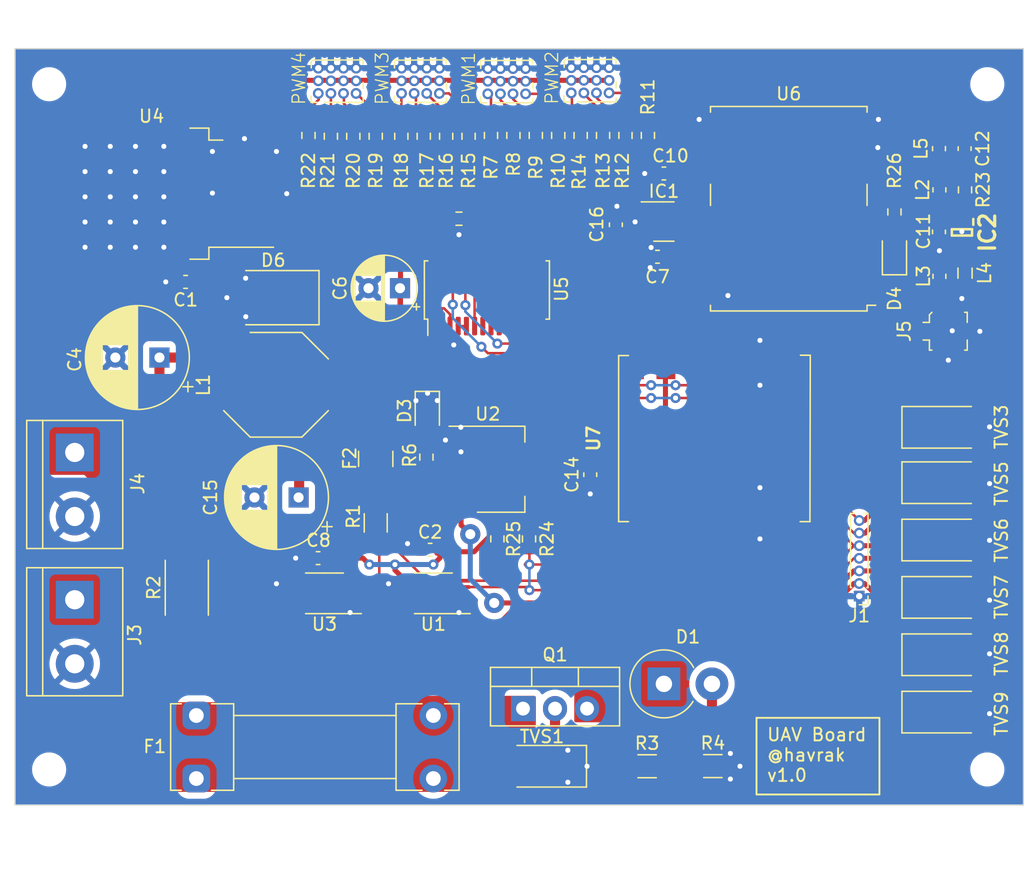
<source format=kicad_pcb>
(kicad_pcb (version 20221018) (generator pcbnew)
  (title_block (title "UAV board") (date "2023-10-24") (rev "1.0"))
  (layers (0 "F.Cu" mixed) (31 "B.Cu" power) (34 "B.Paste" user) (35 "F.Paste" user) (36 "B.SilkS" user "B.Silkscreen") (37 "F.SilkS" user "F.Silkscreen") (38 "B.Mask" user) (39 "F.Mask" user) (44 "Edge.Cuts" user))
  (net 0 "")
  (net 1 "GND")
  (net 2 "+3V3")
  (net 3 "Net-(U4-FB)")
  (net 4 "+5V")
  (net 5 "Net-(IC1-BP)")
  (net 6 "/GPS module/+3V3 LN")
  (net 7 "/GPS module/RF_IN")
  (net 8 "Net-(C12-Pad2)")
  (net 9 "Net-(PWM1-Pad1)")
  (net 10 "Net-(PWM1-Pad4)")
  (net 11 "Net-(PWM1-Pad7)")
  (net 12 "Net-(PWM1-Pad10)")
  (net 13 "Net-(PWM2-Pad1)")
  (net 14 "Net-(PWM2-Pad4)")
  (net 15 "Net-(PWM2-Pad7)")
  (net 16 "Net-(PWM2-Pad10)")
  (net 17 "Net-(PWM3-Pad1)")
  (net 18 "Net-(PWM3-Pad4)")
  (net 19 "Net-(PWM3-Pad7)")
  (net 20 "Net-(PWM3-Pad10)")
  (net 21 "Net-(PWM4-Pad1)")
  (net 22 "Net-(PWM4-Pad4)")
  (net 23 "Net-(PWM4-Pad7)")
  (net 24 "Net-(PWM4-Pad10)")
  (net 25 "Net-(D1-A)")
  (net 26 "Net-(D3-A)")
  (net 27 "Net-(D4-K)")
  (net 28 "Net-(D6-K)")
  (net 29 "/Power managment/BAT UNSAFE")
  (net 30 "/Power managment/BAT SENSE OUT")
  (net 31 "/Power managment/BAT SENSE IN")
  (net 32 "Net-(IC2-RF_OUT)")
  (net 33 "Net-(D4-A)")
  (net 34 "Net-(IC2-VDD)")
  (net 35 "Net-(IC2-RF_IN)")
  (net 36 "TX")
  (net 37 "RX")
  (net 38 "SDA")
  (net 39 "SLC")
  (net 40 "Net-(J5-In)")
  (net 41 "Net-(Q1-G)")
  (net 42 "Net-(U5-~{OE})")
  (net 43 "/Servo driver/PWM0")
  (net 44 "/Servo driver/PWM1")
  (net 45 "/Servo driver/PWM2")
  (net 46 "/Servo driver/PWM3")
  (net 47 "/Servo driver/PWM4")
  (net 48 "/Servo driver/PWM5")
  (net 49 "/Servo driver/PWM6")
  (net 50 "/Servo driver/PWM7")
  (net 51 "/Servo driver/PWM8")
  (net 52 "/Servo driver/PWM9")
  (net 53 "/Servo driver/PWM10")
  (net 54 "/Servo driver/PWM11")
  (net 55 "/Servo driver/PWM12")
  (net 56 "/Servo driver/PWM13")
  (net 57 "/Servo driver/PWM14")
  (net 58 "/Servo driver/PWM15")
  (net 81 "/Power managment/5V SENSE IN")
  (footprint "Resistor_SMD:R_2512_6332Metric" (layer "F.Cu") (at 103.632 107.7575 90)
    (fp_text reference "R2")
    (fp_text value "20m")
  )
  (footprint "Resistor_SMD:R_0603_1608Metric" (layer "F.Cu") (at 115.062 71.945 -90)
    (fp_text reference "R21")
    (fp_text value "220")
  )
  (footprint "Inductor_SMD:L_0603_1608Metric" (layer "F.Cu") (at 163.334 76.1995 -90)
    (fp_text reference "L2")
    (fp_text value "8.7n")
  )
  (footprint "Resistor_SMD:R_0603_1608Metric" (layer "F.Cu") (at 131.318 71.882 -90)
    (fp_text reference "R9")
    (fp_text value "220")
  )
  (footprint "Diode_SMD:D_SMA" (layer "F.Cu") (at 131.826 121.92 180)
    (fp_text reference "TVS1")
    (fp_text value "SMAJ30CA")
  )
  (footprint "RF_GPS:ublox_NEO" (layer "F.Cu") (at 151.384 77.695 180)
    (fp_text reference "U6")
    (fp_text value "NEO-M7N")
  )
  (footprint "Connector_PinHeader_1.00mm:PinHeader_1x07_P1.00mm_Vertical" (layer "F.Cu") (at 156.972 108.426 180)
    (fp_text reference "J1")
    (fp_text value "Conn_01x07")
  )
  (footprint "Custom_Footprints:PinHeader_3x04" (layer "F.Cu") (at 113.487 67.348 90)
    (fp_text reference "PWM4")
    (fp_text value "conn_03x04_Pin")
  )
  (footprint "Package_TO_SOT_SMD:SOT-223-3_TabPin2" (layer "F.Cu") (at 128.54 98.36)
    (fp_text reference "U2")
    (fp_text value "AMS1117-3.3")
  )
  (footprint "Fuse:Fuseholder_Clip-5x20mm_Littelfuse_111_Lateral_P18.80x5.00mm_D1.17mm_Horizontal" (layer "F.Cu") (at 104.39 117.896)
    (fp_text reference "F1")
    (fp_text value "Fuse")
  )
  (footprint "Resistor_SMD:R_0603_1608Metric" (layer "F.Cu") (at 116.84 71.945 -90)
    (fp_text reference "R20")
    (fp_text value "220")
  )
  (footprint "Capacitor_SMD:C_0603_1608Metric" (layer "F.Cu") (at 135.636 98.793 -90)
    (fp_text reference "C14")
    (fp_text value "100n")
  )
  (footprint "TerminalBlock:TerminalBlock_bornier-2_P5.08mm" (layer "F.Cu") (at 94.742 108.712 -90)
    (fp_text reference "J3")
    (fp_text value "Bat IN Terminal")
  )
  (footprint "Capacitor_SMD:C_0603_1608Metric" (layer "F.Cu") (at 122.936 104.75 180)
    (fp_text reference "C2")
    (fp_text value "100n")
  )
  (footprint "Custom_Footprints:PinHeader_3x04" (layer "F.Cu") (at 120.091 67.348 90)
    (fp_text reference "PWM3")
    (fp_text value "conn_03x04_Pin")
  )
  (footprint "Package_SO:VSSOP-10_3x3mm_P0.5mm" (layer "F.Cu") (at 114.554 108.204 180)
    (fp_text reference "U3")
    (fp_text value "INA226")
  )
  (footprint "Package_TO_SOT_SMD:SOT-23-5" (layer "F.Cu") (at 141.478 78.711)
    (fp_text reference "IC1")
    (fp_text value "RT9193-33GB")
  )
  (footprint "Resistor_SMD:R_0603_1608Metric" (layer "F.Cu") (at 125.984 71.945 -90)
    (fp_text reference "R15")
    (fp_text value "220")
  )
  (footprint "MountingHole:MountingHole_2.2mm_M2" (layer "F.Cu") (at 92.71 122.174)
    (fp_text reference "H4" hide)
    (fp_text value "MountingHole" hide)
  )
  (footprint "Package_SO:TSSOP-28_4.4x9.7mm_P0.65mm" (layer "F.Cu") (at 127.437 84.1425 90)
    (fp_text reference "U5")
    (fp_text value "PCA9685PW")
  )
  (footprint "Capacitor_THT:CP_Radial_D5.0mm_P2.50mm" (layer "F.Cu") (at 120.545113 84 180)
    (fp_text reference "C6")
    (fp_text value "33u")
  )
  (footprint "Capacitor_SMD:C_0603_1608Metric" (layer "F.Cu") (at 163.3 79.5315 -90)
    (fp_text reference "C11")
    (fp_text value "100n")
  )
  (footprint "Resistor_SMD:R_0603_1608Metric" (layer "F.Cu") (at 134.874 71.882 -90)
    (fp_text reference "R14")
    (fp_text value "220")
  )
  (footprint "Resistor_SMD:R_0603_1608Metric" (layer "F.Cu") (at 129.54 71.882 -90)
    (fp_text reference "R8")
    (fp_text value "220")
  )
  (footprint "Resistor_SMD:R_0603_1608Metric" (layer "F.Cu") (at 140.208 71.882 -90)
    (fp_text reference "R11")
    (fp_text value "220")
  )
  (footprint "Fuse:Fuse_1210_3225Metric" (layer "F.Cu") (at 118.618 97.536 -90)
    (fp_text reference "F2")
    (fp_text value "Polyfuse")
  )
  (footprint "Resistor_SMD:R_0603_1608Metric" (layer "F.Cu") (at 159.766 77.949 90)
    (fp_text reference "R26")
    (fp_text value "470")
  )
  (footprint "Capacitor_THT:CP_Radial_D8.0mm_P3.50mm" (layer "F.Cu") (at 112.5 100.6 180)
    (fp_text reference "C15")
    (fp_text value "100u")
  )
  (footprint "TerminalBlock:TerminalBlock_bornier-2_P5.08mm" (layer "F.Cu") (at 94.742 97.028 -90)
    (fp_text reference "J4")
    (fp_text value "Bat OUT Terminal")
  )
  (footprint "Custom_Footprints:WT901B" (layer "F.Cu") (at 133.388 95.916 90)
    (fp_text reference "U7")
    (fp_text value "WT901B")
  )
  (footprint "Diode_SMD:D_SMB" (layer "F.Cu") (at 110.46 84.75 180)
    (fp_text reference "D6")
    (fp_text value "SS210")
  )
  (footprint "Resistor_SMD:R_0603_1608Metric" (layer "F.Cu") (at 127.762 71.882 -90)
    (fp_text reference "R7")
    (fp_text value "220")
  )
  (footprint "Package_TO_SOT_THT:TO-220-3_Vertical" (layer "F.Cu") (at 130.302 117.348)
    (fp_text reference "Q1")
    (fp_text value "PMOS")
  )
  (footprint "Resistor_SMD:R_0603_1608Metric" (layer "F.Cu") (at 138.43 71.882 -90)
    (fp_text reference "R12")
    (fp_text value "220")
  )
  (footprint "Inductor_SMD:L_0603_1608Metric" (layer "F.Cu") (at 163.3 72.9275 90)
    (fp_text reference "L5")
    (fp_text value "47n")
  )
  (footprint "Capacitor_SMD:C_0603_1608Metric" (layer "F.Cu") (at 141.478 74.901)
    (fp_text reference "C10")
    (fp_text value "1p")
  )
  (footprint "MountingHole:MountingHole_2.2mm_M2" (layer "F.Cu") (at 167.132 67.818)
    (fp_text reference "H1" hide)
    (fp_text value "MountingHole" hide)
  )
  (footprint "Resistor_SMD:R_0603_1608Metric" (layer "F.Cu") (at 125.222 78.486)
    (fp_text reference "R5" hide)
    (fp_text value "10k")
  )
  (footprint "Inductor_SMD:L_0805_2012Metric" (layer "F.Cu") (at 165.366 82.8035 -90)
    (fp_text reference "L4")
    (fp_text value "18n")
  )
  (footprint "Resistor_SMD:R_0603_1608Metric" (layer "F.Cu") (at 122.428 71.945 -90)
    (fp_text reference "R17")
    (fp_text value "220")
  )
  (footprint "Capacitor_SMD:C_0603_1608Metric" (layer "F.Cu") (at 165.332 72.9275 -90)
    (fp_text reference "C12")
    (fp_text value "100p")
  )
  (footprint "Capacitor_SMD:C_0603_1608Metric" (layer "F.Cu") (at 103.537 83.5 180)
    (fp_text reference "C1")
    (fp_text value "100n")
  )
  (footprint "MountingHole:MountingHole_2.2mm_M2" (layer "F.Cu") (at 167.132 122.174)
    (fp_text reference "H2" hide)
    (fp_text value "MountingHole" hide)
  )
  (footprint "MountingHole:MountingHole_2.2mm_M2" (layer "F.Cu") (at 92.71 67.818)
    (fp_text reference "H3" hide)
    (fp_text value "MountingHole" hide)
  )
  (footprint "Resistor_SMD:R_0603_1608Metric" (layer "F.Cu") (at 136.652 71.882 -90)
    (fp_text reference "R13")
    (fp_text value "220")
  )
  (footprint "Resistor_SMD:R_0603_1608Metric" (layer "F.Cu") (at 122.64 97.4 90)
    (fp_text reference "R6")
    (fp_text value "470")
  )
  (footprint "Diode_SMD:D_SMA" (layer "F.Cu") (at 163.872 108.526)
    (fp_text reference "TVS7")
    (fp_text value "SMAJ30CA")
  )
  (footprint "Imported_Footprints:SOTFL50P160X60-6N" (layer "F.Cu") (at 165.12 79.5715 -90)
    (fp_text reference "IC2")
    (fp_text value "NJG1130KA1-TE1" hide)
  )
  (footprint "Resistor_SMD:R_0603_1608Metric" (layer "F.Cu") (at 124.206 71.945 -90)
    (fp_text reference "R16")
    (fp_text value "220")
  )
  (footprint "Resistor_SMD:R_0603_1608Metric" (layer "F.Cu") (at 118.618 71.945 -90)
    (fp_text reference "R19")
    (fp_text value "220")
  )
  (footprint "Resistor_SMD:R_0603_1608Metric" (layer "F.Cu") (at 113.284 71.882 -90)
    (fp_text reference "R22")
    (fp_text value "220")
  )
  (footprint "Diode_SMD:D_SMA" (layer "F.Cu") (at 163.872 113.076)
    (fp_text reference "TVS8")
    (fp_text value "SMAJ30CA")
  )
  (footprint "Resistor_SMD:R_0603_1608Metric" (layer "F.Cu") (at 128.27 103.886 -90)
    (fp_text reference "R25")
    (fp_text value "4.7k")
  )
  (footprint "Connector_Coaxial:U.FL_Molex_MCRF_73412-0110_Vertical" (layer "F.Cu") (at 164.04 87.4115 -90)
    (fp_text reference "J5")
    (fp_text value "Conn_Coaxial")
  )
  (footprint "Custom_Footprints:PinHeader_3x04" (layer "F.Cu") (at 126.933 67.38 90)
    (fp_text reference "PWM1")
    (fp_text value "conn_03x04_Pin")
  )
  (footprint "Resistor_SMD:R_0603_1608Metric" (layer "F.Cu") (at 120.65 71.945 -90)
    (fp_text reference "R18")
    (fp_text value "220")
  )
  (footprint "Package_TO_SOT_SMD:TO-263-5_TabPin3" (layer "F.Cu") (at 100.56 76.5 180)
    (fp_text reference "U4")
    (fp_text value "LM2596S-5")
  )
  (footprint "Capacitor_SMD:C_0603_1608Metric" (layer "F.Cu") (at 137.668 78.965 -90)
    (fp_text reference "C16")
    (fp_text value "1p")
  )
  (footprint "Capacitor_SMD:C_0603_1608Metric" (layer "F.Cu") (at 114.046 105.41 180)
    (fp_text reference "C8")
    (fp_text value "100n")
  )
  (footprint "Custom_Footprints:PinHeader_3x04" (layer "F.Cu") (at 133.553 67.31 90)
    (fp_text reference "PWM2")
    (fp_text value "conn_03x04_Pin")
  )
  (footprint "Resistor_SMD:R_0603_1608Metric" (layer "F.Cu") (at 133.096 71.882 -90)
    (fp_text reference "R10")
    (fp_text value "220")
  )
  (footprint "Diode_SMD:D_SMA" (layer "F.Cu") (at 163.872 95.034)
    (fp_text reference "TVS3")
    (fp_text value "SMAJ30CA")
  )
  (footprint "Resistor_SMD:R_0603_1608Metric" (layer "F.Cu") (at 165.366 76.1995 -90)
    (fp_text reference "R23")
    (fp_text value "10")
  )
  (footprint "Capacitor_SMD:C_0603_1608Metric" (layer "F.Cu") (at 140.97 81.505)
    (fp_text reference "C7")
    (fp_text value "100n")
  )
  (footprint "Resistor_SMD:R_0603_1608Metric" (layer "F.Cu") (at 130.78 103.886 -90)
    (fp_text reference "R24")
    (fp_text value "4.7k")
  )
  (footprint "Resistor_SMD:R_1206_3216Metric" (layer "F.Cu") (at 140.1465 121.92)
    (fp_text reference "R3")
    (fp_text value "100")
  )
  (footprint "LED_SMD:LED_0805_2012Metric" (layer "F.Cu") (at 122.71 93.87 -90)
    (fp_text reference "D3")
    (fp_text value "LED")
  )
  (footprint "Package_SO:VSSOP-10_3x3mm_P0.5mm" (layer "F.Cu") (at 123.19 108.204 180)
    (fp_text reference "U1")
    (fp_text value "INA226")
  )
  (footprint "Resistor_SMD:R_1206_3216Metric" (layer "F.Cu") (at 145.3625 121.91)
    (fp_text reference "R4")
    (fp_text value "10k")
  )
  (footprint "Capacitor_THT:CP_Radial_D8.0mm_P3.50mm" (layer "F.Cu") (at 101.462651 89.5 180)
    (fp_text reference "C4")
    (fp_text value "100u")
  )
  (footprint "Inductor_SMD:L_Bourns-SRU8043" (layer "F.Cu") (at 110.71 91.66)
    (fp_text reference "L1")
    (fp_text value "47u")
  )
  (footprint "Diode_THT:D_DO-201_P3.81mm_Vertical_AnodeUp" (layer "F.Cu") (at 141.478 115.387)
    (fp_text reference "D1")
    (fp_text value "1N53xxB")
  )
  (footprint "Inductor_SMD:L_0603_1608Metric" (layer "F.Cu") (at 163.334 83.0575 -90)
    (fp_text reference "L3")
    (fp_text value "8.7n")
  )
  (footprint "Resistor_SMD:R_1206_3216Metric" (layer "F.Cu") (at 118.618 102.616 90)
    (fp_text reference "R1")
    (fp_text value "20m")
  )
  (footprint "Diode_SMD:D_SMA" (layer "F.Cu") (at 163.872 117.626)
    (fp_text reference "TVS9")
    (fp_text value "SMAJ30CA")
  )
  (footprint "LED_SMD:LED_0805_2012Metric" (layer "F.Cu") (at 159.766 81.251 90)
    (fp_text reference "D4")
    (fp_text value "LED")
  )
  (footprint "Diode_SMD:D_SMA" (layer "F.Cu") (at 163.872 103.976)
    (fp_text reference "TVS6")
    (fp_text value "SMAJ30CA")
  )
  (footprint "Diode_SMD:D_SMA" (layer "F.Cu") (at 163.872 99.426)
    (fp_text reference "TVS5")
    (fp_text value "SMAJ30CA")
  )
  (gr_rect (start 90 65) (end 170 125) (stroke (width 0.1)) (fill none) (layer "Edge.Cuts"))
  (gr_text_box "UAV Board @havrak\nv${REVISION}" (start 148.825 118.08) (end 158.575 124.16) (layer "F.SilkS") (effects (font (size 1 1)) (justify left top)) (stroke (width 0.15)))
  (segment (start 108.31 84.75) (end 108.31 86.26) (width 0.25) (layer "F.Cu") (net 1))
  (segment (start 146.689 120.9655) (end 146.7505 120.904) (width 0.2) (layer "F.Cu") (net 1))
  (segment (start 165.872 103.976) (end 167.286 103.976) (width 0.2) (layer "F.Cu") (net 1))
  (segment (start 140.703 75.65) (end 140.716 75.663) (width 0.2) (layer "F.Cu") (net 1))
  (segment (start 116.824 109.204) (end 116.84 109.22) (width 0.2) (layer "F.Cu") (net 1))
  (segment (start 108.21 76.5) (end 105.71 76.5) (width 0.2) (layer "F.Cu") (net 1))
  (segment (start 105.716 73.1) (end 105.664 73.152) (width 0.2) (layer "F.Cu") (net 1))
  (segment (start 125.162 87.75) (end 125.162 88.148) (width 0.2) (layer "F.Cu") (net 1))
  (segment (start 121.78389 104.902) (end 121.1425 104.26061) (width 0.2) (layer "F.Cu") (net 1))
  (segment (start 165.62 80.0095) (end 165.112 79.5015) (width 0.2) (layer "F.Cu") (net 1))
  (segment (start 125.39 109.56) (end 125.222 109.728) (width 0.2) (layer "F.Cu") (net 1))
  (segment (start 149.101 88.141) (end 149.101 89.453) (width 0.2) (layer "F.Cu") (net 1))
  (segment (start 120.99 107.704) (end 119.896 107.704) (width 0.2) (layer "F.Cu") (net 1))
  (segment (start 122.71 92.9325) (end 121.8225 92.9325) (width 0.2) (layer "F.Cu") (net 1))
  (segment (start 165.62 80.4035) (end 165.62 80.0095) (width 0.2) (layer "F.Cu") (net 1))
  (segment (start 164.35 87.3755) (end 164.04 87.6855) (width 0.2) (layer "F.Cu") (net 1))
  (segment (start 125.812 81.28) (end 125.812 80.346) (width 0.2) (layer "F.Cu") (net 1))
  (segment (start 144.355 70.695) (end 144.272 70.612) (width 0.2) (layer "F.Cu") (net 1))
  (segment (start 149.101 91.691) (end 149.101 89.8985) (width 0.2) (layer "F.Cu") (net 1))
  (segment (start 165.872 113.076) (end 167.234 113.076) (width 0.2) (layer "F.Cu") (net 1))
  (segment (start 108.21 73.1) (end 110.692 73.1) (width 0.2) (layer "F.Cu") (net 1))
  (segment (start 125.812 80.346) (end 125.222 79.756) (width 0.2) (layer "F.Cu") (net 1))
  (segment (start 125.39 96.97) (end 125.38 96.98) (width 0.2) (layer "F.Cu") (net 1))
  (segment (start 125.162 87.655) (end 125.162 87.75) (width 0.2) (layer "F.Cu") (net 1))
  (segment (start 149.098 88.138) (end 149.101 88.141) (width 0.2) (layer "F.Cu") (net 1))
  (segment (start 108.31 84.75) (end 108.31 83.22) (width 0.25) (layer "F.Cu") (net 1))
  (segment (start 122.71 92.35) (end 122.73 92.33) (width 0.2) (layer "F.Cu") (net 1))
  (segment (start 137.668 78.19) (end 137.668 77.582) (width 0.2) (layer "F.Cu") (net 1))
  (segment (start 165.157 84.8195) (end 165.112 84.8195) (width 0.2) (layer "F.Cu") (net 1))
  (segment (start 167.234 113.076) (end 167.31 113) (width 0.2) (layer "F.Cu") (net 1))
  (segment (start 108.21 73.1) (end 108.21 72.142) (width 0.2) (layer "F.Cu") (net 1))
  (segment (start 163.3 80.3065) (end 163.3 80.9915) (width 0.2) (layer "F.Cu") (net 1))
  (segment (start 165.112 84.8645) (end 164.04 85.9365) (width 0.2) (layer "F.Cu") (net 1))
  (segment (start 140.195 81.505) (end 140.195 81.039) (width 0.2) (layer "F.Cu") (net 1))
  (segment (start 121.8225 92.9325) (end 121.81 92.92) (width 0.2) (layer "F.Cu") (net 1))
  (segment (start 165.872 95.034) (end 167.276 95.034) (width 0.2) (layer "F.Cu") (net 1))
  (segment (start 166.5315 87.4115) (end 166.54 87.42) (width 0.2) (layer "F.Cu") (net 1))
  (segment (start 165.112 80.3955) (end 165.12 80.4035) (width 0.2) (layer "F.Cu") (net 1))
  (segment (start 164.386 87.4115) (end 165.54 87.4115) (width 0.2) (layer "F.Cu") (net 1))
  (segment (start 140.703 74.901) (end 139.954 74.901) (width 0.2) (layer "F.Cu") (net 1))
  (segment (start 105.71 76.5) (end 105.664 76.454) (width 0.2) (layer "F.Cu") (net 1))
  (segment (start 108.31 84.75) (end 108.31 83.75) (width 0.25) (layer "F.Cu") (net 1))
  (segment (start 165.62 80.4035) (end 165.62 80.449859) (width 0.2) (layer "F.Cu") (net 1))
  (segment (start 167.236 99.426) (end 167.31 99.5) (width 0.2) (layer "F.Cu") (net 1))
  (segment (start 133.826 121.92) (end 133.826 120.682) (width 0.2) (layer "F.Cu") (net 1))
  (segment (start 102.762 83.5) (end 101.962 83.5) (width 0.2) (layer "F.Cu") (net 1))
  (segment (start 145.384 84.695) (end 146.445 84.695) (width 0.2) (layer "F.Cu") (net 1))
  (segment (start 112.354 107.704) (end 111.006 107.704) (width 0.2) (layer "F.Cu") (net 1))
  (segment (start 122.71 92.9325) (end 123.4775 92.9325) (width 0.2) (layer "F.Cu") (net 1))
  (segment (start 167.086 108.526) (end 167.31 108.75) (width 0.2) (layer "F.Cu") (net 1))
  (segment (start 125.162 88.148) (end 124.81 88.5) (width 0.2) (layer "F.Cu") (net 1))
  (segment (start 133.826 120.682) (end 133.858 120.65) (width 0.2) (layer "F.Cu") (net 1))
  (segment (start 125.812 87.005) (end 125.162 87.005) (width 0.2) (layer "F.Cu") (net 1))
  (segment (start 165.872 108.526) (end 167.086 108.526) (width 0.2) (layer "F.Cu") (net 1))
  (segment (start 164.35 87.3755) (end 164.386 87.4115) (width 0.2) (layer "F.Cu") (net 1))
  (segment (start 108.31 84.75) (end 106.8095 84.75) (width 0.25) (layer "F.Cu") (net 1))
  (segment (start 149.138 99.862) (end 149.138 101.916) (width 0.2) (layer "F.Cu") (net 1))
  (segment (start 125.39 109.204) (end 125.39 109.56) (width 0.2) (layer "F.Cu") (net 1))
  (segment (start 165.366 84.6105) (end 165.157 84.8195) (width 0.2) (layer "F.Cu") (net 1))
  (segment (start 145.384 70.695) (end 144.355 70.695) (width 0.2) (layer "F.Cu") (net 1))
  (segment (start 108.31 83.22) (end 108.3 83.21) (width 0.25) (layer "F.Cu") (net 1))
  (segment (start 116.824 109.204) (end 116.754 109.204) (width 0.2) (layer "F.Cu") (net 1))
  (segment (start 157.384 72.895) (end 158.394756 72.895) (width 0.2) (layer "F.Cu") (net 1))
  (segment (start 157.384 70.695) (end 158.413 70.695) (width 0.2) (layer "F.Cu") (net 1))
  (segment (start 124.968 79.502) (end 125.222 79.756) (width 0.2) (layer "F.Cu") (net 1))
  (segment (start 135.636 99.568) (end 135.636 100.317) (width 0.2) (layer "F.Cu") (net 1))
  (segment (start 149.101 103.883) (end 149.098 103.886) (width 0.2) (layer "F.Cu") (net 1))
  (segment (start 146.689 121.92) (end 147.5125 121.92) (width 0.2) (layer "F.Cu") (net 1))
  (segment (start 164.04 85.9365) (end 164.04 87.0655) (width 0.2) (layer "F.Cu") (net 1))
  (segment (start 110.692 73.1) (end 110.744 73.152) (width 0.2) (layer "F.Cu") (net 1))
  (segment (start 123.4775 92.9325) (end 123.5 92.91) (width 0.2) (layer "F.Cu") (net 1))
  (segment (start 122.161 104.902) (end 121.78389 104.902) (width 0.2) (layer "F.Cu") (net 1))
  (segment (start 146.689 122.8745) (end 146.7505 122.936) (width 0.2) (layer "F.Cu") (net 1))
  (segment (start 167.186 117.626) (end 167.31 117.75) (width 0.2) (layer "F.Cu") (net 1))
  (segment (start 119.896 107.704) (end 119.634 107.442) (width 0.2) (layer "F.Cu") (net 1))
  (segment (start 165.872 117.626) (end 167.186 117.626) (width 0.2) (layer "F.Cu") (net 1))
  (segment (start 164.04 87.6855) (end 164.04 88.8865) (width 0.2) (layer "F.Cu") (net 1))
  (segment (start 140.195 81.505) (end 140.195 82.168336) (width 0.2) (layer "F.Cu") (net 1))
  (segment (start 108.31 84.75) (end 108.31 85.75) (width 0.25) (layer "F.Cu") (net 1))
  (segment (start 133.826 123.158) (end 133.858 123.19) (width 0.2) (layer "F.Cu") (net 1))
  (segment (start 165.54 87.4115) (end 166.5315 87.4115) (width 0.2) (layer "F.Cu") (net 1))
  (segment (start 116.754 109.204) (end 116.754 109.56) (width 0.2) (layer "F.Cu") (net 1))
  (segment (start 140.195 81.039) (end 140.462 80.772) (width 0.2) (layer "F.Cu") (net 1))
  (segment (start 116.754 109.56) (end 116.586 109.728) (width 0.2) (layer "F.Cu") (net 1))
  (segment (start 165.12 78.7395) (end 165.12 79.4935) (width 0.2) (layer "F.Cu") (net 1))
  (segment (start 165.366 83.866) (end 165.366 84.6105) (width 0.2) (layer "F.Cu") (net 1))
  (segment (start 125.39 96.06) (end 125.39 96.97) (width 0.2) (layer "F.Cu") (net 1))
  (segment (start 103.092 83.5) (end 102.912 83.5) (width 0.25) (layer "F.Cu") (net 1))
  (segment (start 158.413 70.695) (end 158.496 70.612) (width 0.2) (layer "F.Cu") (net 1))
  (segment (start 146.689 121.92) (end 146.689 120.9655) (width 0.2) (layer "F.Cu") (net 1))
  (segment (start 146.689 121.92) (end 146.689 122.8745) (width 0.2) (layer "F.Cu") (net 1))
  (segment (start 133.826 121.92) (end 135.382 121.92) (width 0.2) (layer "F.Cu") (net 1))
  (segment (start 111.006 107.704) (end 110.744 107.442) (width 0.2) (layer "F.Cu") (net 1))
  (segment (start 124.397 78.486) (end 124.397 78.931) (width 0.2) (layer "F.Cu") (net 1))
  (segment (start 137.668 77.582) (end 137.75 77.5) (width 0.2) (layer "F.Cu") (net 1))
  (segment (start 125.162 86.860392) (end 125.162 87.005) (width 0.4) (layer "F.Cu") (net 1))
  (segment (start 125.39 96.06) (end 125.39 95.05) (width 0.2) (layer "F.Cu") (net 1))
  (segment (start 165.12 79.4935) (end 165.112 79.5015) (width 0.2) (layer "F.Cu") (net 1))
  (segment (start 149.098 99.822) (end 149.138 99.862) (width 0.2) (layer "F.Cu") (net 1))
  (segment (start 165.112 79.5015) (end 165.112 80.3955) (width 0.2) (layer "F.Cu") (net 1))
  (segment (start 140.195 82.168336) (end 140.392332 82.365668) (width 0.2) (layer "F.Cu") (net 1))
  (segment (start 140.3405 78.711) (end 139.221 78.711) (width 0.2) (layer "F.Cu") (net 1))
  (segment (start 165.872 99.426) (end 167.236 99.426) (width 0.2) (layer "F.Cu") (net 1))
  (segment (start 139.221 78.711) (end 139.192 78.74) (width 0.2) (layer "F.Cu") (net 1))
  (segment (start 124.16 96.06) (end 124.15 96.05) (width 0.2) (layer "F.Cu") (net 1))
  (segment (start 108.21 72.142) (end 108.204 72.136) (width 0.2) (layer "F.Cu") (net 1))
  (segment (start 149.101 101.854) (end 149.101 103.883) (width 0.2) (layer "F.Cu") (net 1))
  (segment (start 133.826 121.92) (end 133.826 123.158) (width 0.2) (layer "F.Cu") (net 1))
  (segment (start 108.21 73.1) (end 105.716 73.1) (width 0.2) (layer "F.Cu") (net 1))
  (segment (start 125.39 95.05) (end 125.37 95.03) (width 0.2) (layer "F.Cu") (net 1))
  (segment (start 149.098 91.694) (end 149.101 91.691) (width 0.2) (layer "F.Cu") (net 1))
  (segment (start 125.162 87.005) (end 125.162 87.75) (width 0.2) (layer "F.Cu") (net 1))
  (segment (start 167.276 95.034) (end 167.31 95) (width 0.2) (layer "F.Cu") (net 1))
  (segment (start 164.04 88.8865) (end 164.04 89.71) (width 0.2) (layer "F.Cu") (net 1))
  (segment (start 167.286 103.976) (end 167.31 104) (width 0.2) (layer "F.Cu") (net 1))
  (segment (start 124.397 78.486) (end 123.698 78.486) (width 0.2) (layer "F.Cu") (net 1))
  (segment (start 164.04 87.0655) (end 164.35 87.3755) (width 0.2) (layer "F.Cu") (net 1))
  (segment (start 158.394756 72.895) (end 158.443878 72.845878) (width 0.2) (layer "F.Cu") (net 1))
  (segment (start 165.112 84.8195) (end 165.112 84.8645) (width 0.2) (layer "F.Cu") (net 1))
  (segment (start 125.39 96.06) (end 124.16 96.06) (width 0.2) (layer "F.Cu") (net 1))
  (segment (start 165.12 80.4035) (end 165.12 80.458655) (width 0.2) (layer "F.Cu") (net 1))
  (segment (start 123.698 78.486) (end 123.698 79.502) (width 0.2) (layer "F.Cu") (net 1))
  (segment (start 125.162 79.816) (end 125.222 79.756) (width 0.2) (layer "F.Cu") (net 1))
  (segment (start 163.3 80.9915) (end 163.334 81.0255) (width 0.2) (layer "F.Cu") (net 1))
  (segment (start 123.698 79.502) (end 124.968 79.502) (width 0.2) (layer "F.Cu") (net 1))
  (segment (start 108.21 76.5) (end 111.56 76.5) (width 0.4) (layer "F.Cu") (net 1))
  (segment (start 146.445 84.695) (end 146.558 84.582) (width 0.2) (layer "F.Cu") (net 1))
  (segment (start 122.71 92.9325) (end 122.71 92.35) (width 0.2) (layer "F.Cu") (net 1))
  (segment (start 125.162 81.28) (end 125.162 79.816) (width 0.2) (layer "F.Cu") (net 1))
  (segment (start 113.271 105.41) (end 112.268 105.41) (width 0.2) (layer "F.Cu") (net 1))
  (via (at 163.334 81.0255) (size 0.8) (drill 0.4) (layers "F.Cu" "B.Cu") (net 1))
  (via (at 166.54 87.42) (size 0.8) (drill 0.4) (layers "F.Cu" "B.Cu") (net 1))
  (via (at 149.098 103.886) (size 0.8) (drill 0.4) (layers "F.Cu" "B.Cu") (net 1))
  (via (at 125.222 79.756) (size 0.8) (drill 0.4) (layers "F.Cu" "B.Cu") (net 1))
  (via (at 167.31 95) (size 0.8) (drill 0.4) (layers "F.Cu" "B.Cu") (net 1))
  (via (at 110.744 73.152) (size 0.8) (drill 0.4) (layers "F.Cu" "B.Cu") (net 1))
  (via (at 149.098 99.822) (size 0.8) (drill 0.4) (layers "F.Cu" "B.Cu") (net 1))
  (via (at 106.8095 84.75) (size 0.8) (drill 0.4) (layers "F.Cu" "B.Cu") (net 1))
  (via (at 158.496 70.612) (size 0.8) (drill 0.4) (layers "F.Cu" "B.Cu") (net 1))
  (via (at 95.56 80.75) (size 0.8) (drill 0.4) (layers "F.Cu" "B.Cu") (net 1))
  (via (at 110.744 107.442) (size 0.8) (drill 0.4) (layers "F.Cu" "B.Cu") (net 1))
  (via (at 97.56 74.75) (size 0.8) (drill 0.4) (layers "F.Cu" "B.Cu") (net 1))
  (via (at 167.31 99.5) (size 0.8) (drill 0.4) (layers "F.Cu" "B.Cu") (net 1))
  (via (at 146.558 84.582) (size 0.8) (drill 0.4) (layers "F.Cu" "B.Cu") (net 1))
  (via (at 97.56 80.75) (size 0.8) (drill 0.4) (layers "F.Cu" "B.Cu") (net 1))
  (via (at 167.31 104) (size 0.8) (drill 0.4) (layers "F.Cu" "B.Cu") (net 1))
  (via (at 123.5 92.91) (size 0.8) (drill 0.4) (layers "F.Cu" "B.Cu") (net 1))
  (via (at 101.81 78.75) (size 0.8) (drill 0.4) (layers "F.Cu" "B.Cu") (net 1))
  (via (at 101.81 80.75) (size 0.8) (drill 0.4) (layers "F.Cu" "B.Cu") (net 1))
  (via (at 116.586 109.728) (size 0.8) (drill 0.4) (layers "F.Cu" "B.Cu") (net 1))
  (via (at 99.56 80.75) (size 0.8) (drill 0.4) (layers "F.Cu" "B.Cu") (net 1))
  (via (at 108.31 86.26) (size 0.8) (drill 0.4) (layers "F.Cu" "B.Cu") (net 1))
  (via (at 101.81 74.75) (size 0.8) (drill 0.4) (layers "F.Cu" "B.Cu") (net 1))
  (via (at 105.664 73.152) (size 0.8) (drill 0.4) (layers "F.Cu" "B.Cu") (net 1))
  (via (at 99.56 74.75) (size 0.8) (drill 0.4) (layers "F.Cu" "B.Cu") (net 1))
  (via (at 99.56 76.75) (size 0.8) (drill 0.4) (layers "F.Cu" "B.Cu") (net 1))
  (via (at 125.37 95.03) (size 0.8) (drill 0.4) (layers "F.Cu" "B.Cu") (net 1))
  (via (at 164.35 87.3755) (size 0.8) (drill 0.4) (layers "F.Cu" "B.Cu") (net 1))
  (via (at 97.56 72.75) (size 0.8) (drill 0.4) (layers "F.Cu" "B.Cu") (net 1))
  (via (at 105.664 76.454) (size 0.8) (drill 0.4) (layers "F.Cu" "B.Cu") (net 1))
  (via (at 121.81 92.92) (size 0.8) (drill 0.4) (layers "F.Cu" "B.Cu") (net 1))
  (via (at 119.634 107.442) (size 0.8) (drill 0.4) (layers "F.Cu" "B.Cu") (net 1))
  (via (at 158.443878 72.845878) (size 0.8) (drill 0.4) (layers "F.Cu" "B.Cu") (net 1))
  (via (at 147.5125 121.92) (size 0.8) (drill 0.4) (layers "F.Cu" "B.Cu") (net 1))
  (via (at 121.1425 104.26061) (size 0.8) (drill 0.4) (layers "F.Cu" "B.Cu") (net 1))
  (via (at 95.56 76.75) (size 0.8) (drill 0.4) (layers "F.Cu" "B.Cu") (net 1))
  (via (at 101.962 83.5) (size 0.8) (drill 0.4) (layers "F.Cu" "B.Cu") (net 1))
  (via (at 144.272 70.612) (size 0.8) (drill 0.4) (layers "F.Cu" "B.Cu") (net 1))
  (via (at 167.31 108.75) (size 0.8) (drill 0.4) (layers "F.Cu" "B.Cu") (net 1))
  (via (at 139.954 74.901) (size 0.8) (drill 0.4) (layers "F.Cu" "B.Cu") (net 1))
  (via (at 108.3 83.21) (size 0.8) (drill 0.4) (layers "F.Cu" "B.Cu") (net 1))
  (via (at 146.7505 120.904) (size 0.8) (drill 0.4) (layers "F.Cu" "B.Cu") (net 1))
  (via (at 146.7505 122.936) (size 0.8) (drill 0.4) (layers "F.Cu" "B.Cu") (net 1))
  (via (at 95.56 72.75) (size 0.8) (drill 0.4) (layers "F.Cu" "B.Cu") (net 1))
  (via (at 165.112 84.8195) (size 0.8) (drill 0.4) (layers "F.Cu" "B.Cu") (net 1))
  (via (at 101.81 76.75) (size 0.8) (drill 0.4) (layers "F.Cu" "B.Cu") (net 1))
  (via (at 167.31 117.75) (size 0.8) (drill 0.4) (layers "F.Cu" "B.Cu") (net 1))
  (via (at 97.56 76.75) (size 0.8) (drill 0.4) (layers "F.Cu" "B.Cu") (net 1))
  (via (at 124.15 96.05) (size 0.8) (drill 0.4) (layers "F.Cu" "B.Cu") (net 1))
  (via (at 95.56 78.75) (size 0.8) (drill 0.4) (layers "F.Cu" "B.Cu") (net 1))
  (via (at 122.73 92.33) (size 0.8) (drill 0.4) (layers "F.Cu" "B.Cu") (net 1))
  (via (at 125.222 109.728) (size 0.8) (drill 0.4) (layers "F.Cu" "B.Cu") (net 1))
  (via (at 112.268 105.41) (size 0.8) (drill 0.4) (layers "F.Cu" "B.Cu") (net 1))
  (via (at 167.31 113) (size 0.8) (drill 0.4) (layers "F.Cu" "B.Cu") (net 1))
  (via (at 149.098 88.138) (size 0.8) (drill 0.4) (layers "F.Cu" "B.Cu") (net 1))
  (via (at 133.858 120.65) (size 0.8) (drill 0.4) (layers "F.Cu" "B.Cu") (net 1))
  (via (at 95.56 74.75) (size 0.8) (drill 0.4) (layers "F.Cu" "B.Cu") (net 1))
  (via (at 137.75 77.5) (size 0.8) (drill 0.4) (layers "F.Cu" "B.Cu") (net 1))
  (via (at 149.098 91.694) (size 0.8) (drill 0.4) (layers "F.Cu" "B.Cu") (net 1))
  (via (at 164.04 89.71) (size 0.8) (drill 0.4) (layers "F.Cu" "B.Cu") (net 1))
  (via (at 108.204 72.136) (size 0.8) (drill 0.4) (layers "F.Cu" "B.Cu") (net 1))
  (via (at 135.382 121.92) (size 0.8) (drill 0.4) (layers "F.Cu" "B.Cu") (net 1))
  (via (at 135.636 100.317) (size 0.8) (drill 0.4) (layers "F.Cu" "B.Cu") (net 1))
  (via (at 101.81 72.75) (size 0.8) (drill 0.4) (layers "F.Cu" "B.Cu") (net 1))
  (via (at 140.462 80.772) (size 0.8) (drill 0.4) (layers "F.Cu" "B.Cu") (net 1))
  (via (at 139.192 78.74) (size 0.8) (drill 0.4) (layers "F.Cu" "B.Cu") (net 1))
  (via (at 124.81 88.5) (size 0.8) (drill 0.4) (layers "F.Cu" "B.Cu") (net 1))
  (via (at 125.38 96.98) (size 0.8) (drill 0.4) (layers "F.Cu" "B.Cu") (net 1))
  (via (at 140.392332 82.365668) (size 0.8) (drill 0.4) (layers "F.Cu" "B.Cu") (net 1))
  (via (at 97.56 78.75) (size 0.8) (drill 0.4) (layers "F.Cu" "B.Cu") (net 1))
  (via (at 99.56 78.75) (size 0.8) (drill 0.4) (layers "F.Cu" "B.Cu") (net 1))
  (via (at 111.56 76.5) (size 0.8) (drill 0.4) (layers "F.Cu" "B.Cu") (net 1))
  (via (at 165.112 79.5015) (size 0.8) (drill 0.4) (layers "F.Cu" "B.Cu") (net 1))
  (via (at 133.858 123.19) (size 0.8) (drill 0.4) (layers "F.Cu" "B.Cu") (net 1))
  (via (at 99.56 72.75) (size 0.8) (drill 0.4) (layers "F.Cu" "B.Cu") (net 1))
  (segment (start 120.142 106.356) (end 120.94 107.154) (width 0.4) (layer "F.Cu") (net 2))
  (segment (start 133.276 96.774) (end 141.47 96.774) (width 0.4) (layer "F.Cu") (net 2))
  (segment (start 159.072 109.101) (end 159.072 116.654) (width 0.4) (layer "F.Cu") (net 2))
  (segment (start 137.668 79.74) (end 138.938 79.74) (width 0.2) (layer "F.Cu") (net 2))
  (segment (start 141.601 96.905) (end 141.601 101.0985) (width 0.4) (layer "F.Cu") (net 2))
  (segment (start 118.11 105.918) (end 117.602 105.41) (width 0.4) (layer "F.Cu") (net 2))
  (segment (start 141.47 96.774) (end 141.601 96.905) (width 0.4) (layer "F.Cu") (net 2))
  (segment (start 117.602 105.41) (end 116.078 105.41) (width 0.4) (layer "F.Cu") (net 2))
  (segment (start 135.636 98.018) (end 135.636 96.774) (width 0.2) (layer "F.Cu") (net 2))
  (segment (start 156.547 107.426) (end 156.972 107.426) (width 0.4) (layer "F.Cu") (net 2))
  (segment (start 115.062 110.236) (end 115.454 110.628) (width 0.4) (layer "F.Cu") (net 2))
  (segment (start 120.142 105.918) (end 120.142 106.356) (width 0.4) (layer "F.Cu") (net 2))
  (segment (start 116.078 105.664) (end 114.554 107.188) (width 0.4) (layer "F.Cu") (net 2))
  (segment (start 123.711 105.397) (end 123.19 105.918) (width 0.4) (layer "F.Cu") (net 2))
  (segment (start 160.044 117.626) (end 161.872 117.626) (width 0.4) (layer "F.Cu") (net 2))
  (segment (start 138.938 82.042) (end 138.938 79.74) (width 0.4) (layer "F.Cu") (net 2))
  (segment (start 114.52 107.154) (end 115.062 107.696) (width 0.4) (layer "F.Cu") (net 2))
  (segment (start 140.3405 79.661) (end 140.782 79.661) (width 0.2) (layer "F.Cu") (net 2))
  (segment (start 114.52 107.154) (end 114.046 107.154) (width 0.4) (layer "F.Cu") (net 2))
  (segment (start 141.601 84.705) (end 138.938 82.042) (width 0.4) (layer "F.Cu") (net 2))
  (segment (start 116.078 105.41) (end 114.821 105.41) (width 0.4) (layer "F.Cu") (net 2))
  (segment (start 141.601 89.8985) (end 141.601 84.705) (width 0.4) (layer "F.Cu") (net 2))
  (segment (start 141.601 96.643) (end 141.601 89.8985) (width 0.4) (layer "F.Cu") (net 2))
  (segment (start 120.94 107.154) (end 120.99 107.154) (width 0.4) (layer "F.Cu") (net 2))
  (segment (start 140.2615 79.74) (end 140.3405 79.661) (width 0.4) (layer "F.Cu") (net 2))
  (segment (start 157.397 107.426) (end 159.072 109.101) (width 0.4) (layer "F.Cu") (net 2))
  (segment (start 114.554 107.188) (end 114.52 107.154) (width 0.4) (layer "F.Cu") (net 2))
  (segment (start 131.69 102.151) (end 130.78 103.061) (width 0.4) (layer "F.Cu") (net 2))
  (segment (start 125.39 98.36) (end 131.69 98.36) (width 0.4) (layer "F.Cu") (net 2))
  (segment (start 128.386 110.628) (end 129.448 109.566) (width 0.4) (layer "F.Cu") (net 2))
  (segment (start 131.69 98.36) (end 131.69 102.151) (width 0.4) (layer "F.Cu") (net 2))
  (segment (start 137.668 79.74) (end 140.2615 79.74) (width 0.4) (layer "F.Cu") (net 2))
  (segment (start 159.072 116.654) (end 160.044 117.626) (width 0.4) (layer "F.Cu") (net 2))
  (segment (start 123.711 104.902) (end 126.429 104.902) (width 0.4) (layer "F.Cu") (net 2))
  (segment (start 115.454 110.628) (end 128.386 110.628) (width 0.4) (layer "F.Cu") (net 2))
  (segment (start 128.27 103.061) (end 130.78 103.061) (width 0.4) (layer "F.Cu") (net 2))
  (segment (start 115.062 107.696) (end 115.062 110.236) (width 0.4) (layer "F.Cu") (net 2))
  (segment (start 114.046 107.154) (end 112.354 107.154) (width 0.4) (layer "F.Cu") (net 2))
  (segment (start 116.078 105.41) (end 116.078 105.664) (width 0.4) (layer "F.Cu") (net 2))
  (segment (start 126.429 104.902) (end 128.27 103.061) (width 0.4) (layer "F.Cu") (net 2))
  (segment (start 125.39 98.36) (end 122.775 98.36) (width 0.2) (layer "F.Cu") (net 2))
  (segment (start 123.711 104.902) (end 123.711 105.397) (width 0.4) (layer "F.Cu") (net 2))
  (segment (start 131.69 98.36) (end 133.276 96.774) (width 0.4) (layer "F.Cu") (net 2))
  (segment (start 154.407 109.566) (end 156.547 107.426) (width 0.4) (layer "F.Cu") (net 2))
  (segment (start 138.938 79.74) (end 140.2615 79.74) (width 0.2) (layer "F.Cu") (net 2))
  (segment (start 129.448 109.566) (end 154.407 109.566) (width 0.4) (layer "F.Cu") (net 2))
  (segment (start 122.775 98.36) (end 122.64 98.225) (width 0.2) (layer "F.Cu") (net 2))
  (segment (start 130.78 99.27) (end 131.69 98.36) (width 0.2) (layer "F.Cu") (net 2))
  (via (at 118.11 105.918) (size 0.8) (drill 0.4) (layers "F.Cu" "B.Cu") (net 2))
  (via (at 123.19 105.918) (size 0.8) (drill 0.4) (layers "F.Cu" "B.Cu") (net 2))
  (via (at 120.142 105.918) (size 0.8) (drill 0.4) (layers "F.Cu" "B.Cu") (net 2))
  (segment (start 123.19 105.918) (end 120.142 105.918) (width 0.4) (layer "B.Cu") (net 2))
  (segment (start 120.142 105.918) (end 118.11 105.918) (width 0.4) (layer "B.Cu") (net 2))
  (segment (start 111.274214 74.8) (end 108.21 74.8) (width 0.8) (layer "F.Cu") (net 3))
  (segment (start 118.618 96.136) (end 118.618 94.996) (width 0.8) (layer "F.Cu") (net 3))
  (segment (start 114.76 78.285786) (end 111.274214 74.8) (width 0.8) (layer "F.Cu") (net 3))
  (segment (start 118.364 94.742) (end 113.466651 94.742) (width 0.8) (layer "F.Cu") (net 3))
  (segment (start 114.76 91.75) (end 114.76 78.285786) (width 0.8) (layer "F.Cu") (net 3))
  (segment (start 112.542651 100.05) (end 112.542651 93.967349) (width 0.8) (layer "F.Cu") (net 3))
  (segment (start 112.542651 93.967349) (end 113.212651 93.297349) (width 0.8) (layer "F.Cu") (net 3))
  (segment (start 118.618 94.996) (end 118.364 94.742) (width 0.8) (layer "F.Cu") (net 3))
  (segment (start 113.212651 94.488) (end 113.212651 93.297349) (width 0.8) (layer "F.Cu") (net 3))
  (segment (start 113.466651 94.742) (end 113.212651 94.488) (width 0.8) (layer "F.Cu") (net 3))
  (segment (start 113.212651 93.297349) (end 114.76 91.75) (width 0.8) (layer "F.Cu") (net 3))
  (segment (start 123.19 85.598) (end 123.212 85.62) (width 0.2) (layer "F.Cu") (net 4))
  (segment (start 120.585113 83.82) (end 120.585113 81.723113) (width 0.4) (layer "F.Cu") (net 4))
  (segment (start 122.174 108.712) (end 122.428 108.458) (width 0.2) (layer "F.Cu") (net 4))
  (segment (start 121.11 100.282) (end 121.11 94.694) (width 0.4) (layer "F.Cu") (net 4))
  (segment (start 122.768887 81.723113) (end 123.212 81.28) (width 0.4) (layer "F.Cu") (net 4))
  (segment (start 120.396 101.311) (end 120.2385 101.1535) (width 0.2) (layer "F.Cu") (net 4))
  (segment (start 123.42 100.7) (end 121.528 100.7) (width 0.4) (layer "F.Cu") (net 4))
  (segment (start 119.634 80.772) (end 116.21 80.772) (width 0.4) (layer "F.Cu") (net 4))
  (segment (start 123.212 85.62) (end 123.212 87.005) (width 0.2) (layer "F.Cu") (net 4))
  (segment (start 120.585113 85.598) (end 123.19 85.598) (width 0.2) (layer "F.Cu") (net 4))
  (segment (start 122.428 108.458) (end 122.428 106.68) (width 0.2) (layer "F.Cu") (net 4))
  (segment (start 120.545113 94.129113) (end 120.545113 84) (width 0.4) (layer "F.Cu") (net 4))
  (segment (start 120.585113 81.723113) (end 122.768887 81.723113) (width 0.4) (layer "F.Cu") (net 4))
  (segment (start 137.179 67.51) (end 112.672 67.51) (width 0.4) (layer "F.Cu") (net 4))
  (segment (start 120.585113 85.598) (end 120.585113 85.344) (width 0.4) (layer "F.Cu") (net 4))
  (segment (start 128.016 108.966) (end 154.007 108.966) (width 0.4) (layer "F.Cu") (net 4))
  (segment (start 120.585113 81.723113) (end 119.634 80.772) (width 0.4) (layer "F.Cu") (net 4))
  (segment (start 120.2385 101.1535) (end 121.11 100.282) (width 0.8) (layer "F.Cu") (net 4))
  (segment (start 120.3345 101.1535) (end 121.158 100.33) (width 0.4) (layer "F.Cu") (net 4))
  (segment (start 121.158 100.33) (end 121.11 100.282) (width 0.4) (layer "F.Cu") (net 4))
  (segment (start 154.007 108.966) (end 156.547 106.426) (width 0.4) (layer "F.Cu") (net 4))
  (segment (start 112.11 74.05) (end 112.11 68.072) (width 0.4) (layer "F.Cu") (net 4))
  (segment (start 124.512 87.005) (end 124.512 86.070283) (width 0.2) (layer "F.Cu") (net 4))
  (segment (start 123.66 100.7) (end 123.42 100.7) (width 0.4) (layer "F.Cu") (net 4))
  (segment (start 122.166 108.704) (end 122.174 108.712) (width 0.2) (layer "F.Cu") (net 4))
  (segment (start 118.618 101.1535) (end 120.2385 101.1535) (width 0.8) (layer "F.Cu") (net 4))
  (segment (start 124.512 86.070283) (end 124.039717 85.598) (width 0.2) (layer "F.Cu") (net 4))
  (segment (start 123.862 87.005) (end 123.862 85.762) (width 0.2) (layer "F.Cu") (net 4))
  (segment (start 122.428 106.68) (end 122.174 106.68) (width 0.2) (layer "F.Cu") (net 4))
  (segment (start 116.21 78.1) (end 112.11 74) (width 0.4) (layer "F.Cu") (net 4))
  (segment (start 156.547 106.426) (end 156.972 106.426) (width 0.4) (layer "F.Cu") (net 4))
  (segment (start 112.672 67.51) (end 112.11 68.072) (width 0.4) (layer "F.Cu") (net 4))
  (segment (start 159.672 108.026) (end 159.672 112.776) (width 0.4) (layer "F.Cu") (net 4))
  (segment (start 123.46 100.66) (end 125.39 100.66) (width 0.4) (layer "F.Cu") (net 4))
  (segment (start 125.39 102.784) (end 126.120325 103.514325) (width 0.4) (layer "F.Cu") (net 4))
  (segment (start 158.072 106.426) (end 159.672 108.026) (width 0.4) (layer "F.Cu") (net 4))
  (segment (start 122.174 106.68) (end 120.396 104.902) (width 0.2) (layer "F.Cu") (net 4))
  (segment (start 121.11 94.694) (end 120.545113 94.129113) (width 0.4) (layer "F.Cu") (net 4))
  (segment (start 123.862 85.762) (end 123.698 85.598) (width 0.2) (layer "F.Cu") (net 4))
  (segment (start 120.99 108.704) (end 122.166 108.704) (width 0.2) (layer "F.Cu") (net 4))
  (segment (start 120.585113 85.344) (end 120.585113 83.82) (width 0.4) (layer "F.Cu") (net 4))
  (segment (start 125.39 100.66) (end 125.39 102.784) (width 0.4) (layer "F.Cu") (net 4))
  (segment (start 121.528 100.7) (end 121.158 100.33) (width 0.4) (layer "F.Cu") (net 4))
  (segment (start 159.972 113.076) (end 161.872 113.076) (width 0.4) (layer "F.Cu") (net 4))
  (segment (start 120.396 104.902) (end 120.396 101.311) (width 0.2) (layer "F.Cu") (net 4))
  (segment (start 125.39 100.66) (end 121.488 100.66) (width 0.8) (layer "F.Cu") (net 4))
  (segment (start 123.698 85.598) (end 123.19 85.598) (width 0.2) (layer "F.Cu") (net 4))
  (segment (start 116.21 80.772) (end 116.21 78.1) (width 0.4) (layer "F.Cu") (net 4))
  (segment (start 156.972 106.426) (end 158.072 106.426) (width 0.4) (layer "F.Cu") (net 4))
  (segment (start 121.488 100.66) (end 121.11 100.282) (width 0.8) (layer "F.Cu") (net 4))
  (segment (start 159.672 112.776) (end 159.972 113.076) (width 0.4) (layer "F.Cu") (net 4))
  (segment (start 123.42 100.7) (end 123.46 100.66) (width 0.4) (layer "F.Cu") (net 4))
  (segment (start 124.039717 85.598) (end 123.698 85.598) (width 0.2) (layer "F.Cu") (net 4))
  (segment (start 118.618 101.1535) (end 120.3345 101.1535) (width 0.4) (layer "F.Cu") (net 4))
  (via (at 126.120325 103.514325) (size 1.6) (drill 0.8) (layers "F.Cu" "B.Cu") (net 4))
  (via (at 128.016 108.966) (size 1.6) (drill 0.8) (layers "F.Cu" "B.Cu") (net 4))
  (segment (start 126.120325 103.514325) (end 126.120325 107.070325) (width 0.4) (layer "B.Cu") (net 4))
  (segment (start 126.120325 107.070325) (end 128.016 108.966) (width 0.4) (layer "B.Cu") (net 4))
  (segment (start 143.764 79.756) (end 143.669 79.661) (width 0.2) (layer "F.Cu") (net 5))
  (segment (start 141.745 81.505) (end 142.973 81.505) (width 0.2) (layer "F.Cu") (net 5))
  (segment (start 142.973 81.505) (end 143.002 81.534) (width 0.2) (layer "F.Cu") (net 5))
  (segment (start 143.669 79.661) (end 142.6155 79.661) (width 0.2) (layer "F.Cu") (net 5))
  (segment (start 143.002 81.026) (end 143.764 80.264) (width 0.2) (layer "F.Cu") (net 5))
  (segment (start 143.764 80.264) (end 143.764 79.756) (width 0.2) (layer "F.Cu") (net 5))
  (segment (start 143.002 81.534) (end 143.002 81.026) (width 0.2) (layer "F.Cu") (net 5))
  (segment (start 163.1055 75.412) (end 163.334 75.412) (width 0.2) (layer "F.Cu") (net 6))
  (segment (start 154.178 83.595) (end 147.574 83.595) (width 0.2) (layer "F.Cu") (net 6))
  (segment (start 144.018 76.59) (end 144.018 77.295) (width 0.4) (layer "F.Cu") (net 6))
  (segment (start 142.253 74.901) (end 143.481 74.901) (width 0.4) (layer "F.Cu") (net 6))
  (segment (start 154.178 77.695) (end 154.749 77.124) (width 0.4) (layer "F.Cu") (net 6))
  (segment (start 163.334 73.399) (end 163.334 75.412) (width 0.2) (layer "F.Cu") (net 6))
  (segment (start 154.749 77.124) (end 154.94 77.124) (width 0.4) (layer "F.Cu") (net 6))
  (segment (start 144.018 76.25) (end 144.018 76.59) (width 0.4) (layer "F.Cu") (net 6))
  (segment (start 162.459 76.287) (end 162.459 77.9155) (width 0.4) (layer "F.Cu") (net 6))
  (segment (start 159.766 77.124) (end 154.94 77.124) (width 0.4) (layer "F.Cu") (net 6))
  (segment (start 162.82125 75.92475) (end 162.459 76.287) (width 0.4) (layer "F.Cu") (net 6))
  (segment (start 162.82125 75.92475) (end 163.334 75.412) (width 0.4) (layer "F.Cu") (net 6))
  (segment (start 154.178 83.595) (end 154.178 77.695) (width 0.4) (layer "F.Cu") (net 6))
  (segment (start 163.334 75.412) (end 163.334 73.749) (width 0.4) (layer "F.Cu") (net 6))
  (segment (start 144.018 75.438) (end 144.018 76.25) (width 0.4) (layer "F.Cu") (net 6))
  (segment (start 142.6155 77.761) (end 143.552 77.761) (width 0.4) (layer "F.Cu") (net 6))
  (segment (start 147.574 77.154) (end 147.01 76.59) (width 0.4) (layer "F.Cu") (net 6))
  (segment (start 162.459 77.9155) (end 163.3 78.7565) (width 0.4) (layer "F.Cu") (net 6))
  (segment (start 147.574 83.595) (end 147.574 77.154) (width 0.4) (layer "F.Cu") (net 6))
  (segment (start 147.01 76.59) (end 144.018 76.59) (width 0.4) (layer "F.Cu") (net 6))
  (segment (start 159.766 77.124) (end 161.622 77.124) (width 0.4) (layer "F.Cu") (net 6))
  (segment (start 143.552 77.761) (end 144.018 77.295) (width 0.4) (layer "F.Cu") (net 6))
  (segment (start 163.334 73.749) (end 163.3 73.715) (width 0.4) (layer "F.Cu") (net 6))
  (segment (start 161.622 77.124) (end 162.82125 75.92475) (width 0.4) (layer "F.Cu") (net 6))
  (segment (start 157.384 83.595) (end 147.574 83.595) (width 0.4) (layer "F.Cu") (net 6))
  (segment (start 147.574 83.595) (end 145.384 83.595) (width 0.4) (layer "F.Cu") (net 6))
  (segment (start 143.481 74.901) (end 144.018 75.438) (width 0.4) (layer "F.Cu") (net 6))
  (segment (start 157.384 83.595) (end 154.178 83.595) (width 0.2) (layer "F.Cu") (net 6))
  (segment (start 157.384 73.995) (end 158.284 73.995) (width 0.2) (layer "F.Cu") (net 7))
  (segment (start 159.766 72.513) (end 159.766 71.12) (width 0.2) (layer "F.Cu") (net 7))
  (segment (start 159.7825 71.1035) (end 159.766 71.12) (width 0.2) (layer "F.Cu") (net 7))
  (segment (start 159.766 71.12) (end 159.091 71.795) (width 0.2) (layer "F.Cu") (net 7))
  (segment (start 157.76 72.133) (end 157.734 72.107) (width 0.2) (layer "F.Cu") (net 7))
  (segment (start 164.283 71.1035) (end 159.7825 71.1035) (width 0.2) (layer "F.Cu") (net 7))
  (segment (start 158.284 73.995) (end 159.766 72.513) (width 0.2) (layer "F.Cu") (net 7))
  (segment (start 159.091 71.795) (end 157.384 71.795) (width 0.2) (layer "F.Cu") (net 7))
  (segment (start 165.332 72.1525) (end 164.283 71.1035) (width 0.2) (layer "F.Cu") (net 7))
  (segment (start 165.366 73.4015) (end 164.9115 73.4015) (width 0.2) (layer "F.Cu") (net 8))
  (segment (start 165.366 75.3745) (end 165.366 73.4015) (width 0.2) (layer "F.Cu") (net 8))
  (segment (start 163.7695 72.14) (end 165.332 73.7025) (width 0.2) (layer "F.Cu") (net 8))
  (segment (start 127.762 68.818) (end 127.524 68.58) (width 0.2) (layer "F.Cu") (net 9))
  (segment (start 127.762 71.057) (end 127.762 68.818) (width 0.2) (layer "F.Cu") (net 9))
  (segment (start 128.524 69.088) (end 128.524 68.58) (width 0.2) (layer "F.Cu") (net 10))
  (segment (start 129.54 71.057) (end 129.54 70.104) (width 0.2) (layer "F.Cu") (net 10))
  (segment (start 129.54 70.104) (end 128.524 69.088) (width 0.2) (layer "F.Cu") (net 10))
  (segment (start 131.318 70.104) (end 130.623 70.104) (width 0.2) (layer "F.Cu") (net 11))
  (segment (start 129.524 69.005) (end 129.524 68.58) (width 0.2) (layer "F.Cu") (net 11))
  (segment (start 130.623 70.104) (end 129.524 69.005) (width 0.2) (layer "F.Cu") (net 11))
  (segment (start 131.318 71.057) (end 131.318 70.104) (width 0.2) (layer "F.Cu") (net 11))
  (segment (start 131.572 68.58) (end 130.524 68.58) (width 0.2) (layer "F.Cu") (net 12))
  (segment (start 133.096 71.057) (end 133.096 70.104) (width 0.2) (layer "F.Cu") (net 12))
  (segment (start 133.096 70.104) (end 131.572 68.58) (width 0.2) (layer "F.Cu") (net 12))
  (segment (start 134.874 71.057) (end 134.874 70.104) (width 0.2) (layer "F.Cu") (net 13))
  (segment (start 134.179 69.409) (end 134.179 68.51) (width 0.2) (layer "F.Cu") (net 13))
  (segment (start 134.874 70.104) (end 134.179 69.409) (width 0.2) (layer "F.Cu") (net 13))
  (segment (start 136.652 71.057) (end 136.652 70.104) (width 0.2) (layer "F.Cu") (net 14))
  (segment (start 136.652 70.104) (end 135.179 68.631) (width 0.2) (layer "F.Cu") (net 14))
  (segment (start 135.179 68.631) (end 135.179 68.51) (width 0.2) (layer "F.Cu") (net 14))
  (segment (start 137.348 70.104) (end 136.179 68.935) (width 0.2) (layer "F.Cu") (net 15))
  (segment (start 136.179 68.935) (end 136.179 68.51) (width 0.2) (layer "F.Cu") (net 15))
  (segment (start 138.43 71.057) (end 138.43 70.104) (width 0.2) (layer "F.Cu") (net 15))
  (segment (start 138.43 70.104) (end 137.348 70.104) (width 0.2) (layer "F.Cu") (net 15))
  (segment (start 137.179 68.51) (end 138.614 68.51) (width 0.2) (layer "F.Cu") (net 16))
  (segment (start 140.208 70.104) (end 140.208 71.057) (width 0.2) (layer "F.Cu") (net 16))
  (segment (start 138.614 68.51) (end 140.208 70.104) (width 0.2) (layer "F.Cu") (net 16))
  (segment (start 120.65 68.708) (end 120.81 68.548) (width 0.2) (layer "F.Cu") (net 17))
  (segment (start 120.65 71.12) (end 120.65 68.708) (width 0.2) (layer "F.Cu") (net 17))
  (segment (start 120.65 68.86) (end 120.81 68.7) (width 0.2) (layer "F.Cu") (net 17))
  (segment (start 121.81 68.548) (end 121.81 68.724) (width 0.2) (layer "F.Cu") (net 18))
  (segment (start 122.428 71.12) (end 122.428 70.104) (width 0.2) (layer "F.Cu") (net 18))
  (segment (start 122.428 70.104) (end 121.81 69.486) (width 0.2) (layer "F.Cu") (net 18))
  (segment (start 121.81 69.486) (end 121.81 68.548) (width 0.2) (layer "F.Cu") (net 18))
  (segment (start 124.206 71.12) (end 124.206 70.104) (width 0.2) (layer "F.Cu") (net 19))
  (segment (start 124.206 70.104) (end 122.81 68.708) (width 0.2) (layer "F.Cu") (net 19))
  (segment (start 122.81 68.708) (end 122.81 68.548) (width 0.2) (layer "F.Cu") (net 19))
  (segment (start 125.984 70.104) (end 124.428 68.548) (width 0.2) (layer "F.Cu") (net 20))
  (segment (start 124.428 68.548) (end 123.81 68.548) (width 0.2) (layer "F.Cu") (net 20))
  (segment (start 125.984 71.12) (end 125.984 70.104) (width 0.2) (layer "F.Cu") (net 20))
  (segment (start 114.094 69.04) (end 114.094 68.548) (width 0.2) (layer "F.Cu") (net 21))
  (segment (start 113.284 71.057) (end 113.284 69.85) (width 0.2) (layer "F.Cu") (net 21))
  (segment (start 113.284 69.85) (end 114.094 69.04) (width 0.2) (layer "F.Cu") (net 21))
  (segment (start 114.984 68.81) (end 115.094 68.7) (width 0.2) (layer "F.Cu") (net 22))
  (segment (start 115.062 71.12) (end 115.062 68.732) (width 0.2) (layer "F.Cu") (net 22))
  (segment (start 115.062 68.732) (end 115.094 68.7) (width 0.2) (layer "F.Cu") (net 22))
  (segment (start 116.094 69.358) (end 116.094 68.548) (width 0.2) (layer "F.Cu") (net 23))
  (segment (start 116.84 71.12) (end 116.84 70.104) (width 0.2) (layer "F.Cu") (net 23))
  (segment (start 116.84 70.104) (end 116.094 69.358) (width 0.2) (layer "F.Cu") (net 23))
  (segment (start 118.618 71.12) (end 118.618 70.072) (width 0.2) (layer "F.Cu") (net 24))
  (segment (start 118.618 70.072) (end 117.094 68.548) (width 0.2) (layer "F.Cu") (net 24))
  (segment (start 142.6865 121.92) (end 141.609 121.92) (width 0.8) (layer "F.Cu") (net 25))
  (segment (start 143.764 121.92) (end 142.6865 121.92) (width 0.8) (layer "F.Cu") (net 25))
  (segment (start 144.526 119.38) (end 145.288 118.618) (width 0.8) (layer "F.Cu") (net 25))
  (segment (start 142.6865 119.38) (end 144.526 119.38) (width 0.8) (layer "F.Cu") (net 25))
  (segment (start 142.6865 119.38) (end 142.6865 121.92) (width 0.8) (layer "F.Cu") (net 25))
  (segment (start 145.288 115.387) (end 145.288 118.618) (width 0.8) (layer "F.Cu") (net 25))
  (segment (start 122.64 96.575) (end 122.64 94.8775) (width 0.2) (layer "F.Cu") (net 26))
  (segment (start 122.64 94.8775) (end 122.71 94.8075) (width 0.2) (layer "F.Cu") (net 26))
  (segment (start 159.4595 82.495) (end 159.766 82.1885) (width 0.2) (layer "F.Cu") (net 27))
  (segment (start 159.766 82.1885) (end 159.766 83.312) (width 0.2) (layer "F.Cu") (net 27))
  (segment (start 159.004 83.312) (end 158.187 82.495) (width 0.2) (layer "F.Cu") (net 27))
  (segment (start 158.187 82.495) (end 157.384 82.495) (width 0.2) (layer "F.Cu") (net 27))
  (segment (start 159.766 83.312) (end 159.004 83.312) (width 0.2) (layer "F.Cu") (net 27))
  (segment (start 108.21 78.2) (end 110.51 78.2) (width 0.8) (layer "F.Cu") (net 28))
  (segment (start 109.51 87.85) (end 107.16 87.85) (width 0.8) (layer "F.Cu") (net 28))
  (segment (start 106.81 88.2) (end 106.81 90.2) (width 0.8) (layer "F.Cu") (net 28))
  (segment (start 107.16 87.85) (end 106.81 88.2) (width 0.8) (layer "F.Cu") (net 28))
  (segment (start 112.61 80.3) (end 112.61 84.75) (width 0.8) (layer "F.Cu") (net 28))
  (segment (start 112.61 84.75) (end 109.51 87.85) (width 0.8) (layer "F.Cu") (net 28))
  (segment (start 110.51 78.2) (end 112.61 80.3) (width 0.8) (layer "F.Cu") (net 28))
  (segment (start 124.166 121.92) (end 123.19 122.896) (width 0.8) (layer "F.Cu") (net 29))
  (segment (start 129.826 121.92) (end 124.166 121.92) (width 0.8) (layer "F.Cu") (net 29))
  (segment (start 103.632 105.664) (end 106.172 108.204) (width 0.2) (layer "F.Cu") (net 30))
  (segment (start 103.632 104.795) (end 103.632 105.664) (width 0.2) (layer "F.Cu") (net 30))
  (segment (start 106.172 108.204) (end 110.998 108.204) (width 0.2) (layer "F.Cu") (net 30))
  (segment (start 101.462651 89.5) (end 103.06 89.5) (width 0.8) (layer "F.Cu") (net 30))
  (segment (start 111.498 108.704) (end 110.998 108.204) (width 0.2) (layer "F.Cu") (net 30))
  (segment (start 105.81 83.5) (end 104.312 83.5) (width 0.2) (layer "F.Cu") (net 30))
  (segment (start 98.044 97.028) (end 101.462651 93.609349) (width 0.8) (layer "F.Cu") (net 30))
  (segment (start 112.354 108.704) (end 111.498 108.704) (width 0.2) (layer "F.Cu") (net 30))
  (segment (start 103.06 89.5) (end 105.81 86.75) (width 0.8) (layer "F.Cu") (net 30))
  (segment (start 108.21 79.9) (end 105.81 82.3) (width 0.8) (layer "F.Cu") (net 30))
  (segment (start 105.81 82.3) (end 105.81 83.5) (width 0.8) (layer "F.Cu") (net 30))
  (segment (start 101.462651 93.609349) (end 101.462651 89.5) (width 0.8) (layer "F.Cu") (net 30))
  (segment (start 105.81 86.75) (end 105.81 83.5) (width 0.8) (layer "F.Cu") (net 30))
  (segment (start 112.354 108.204) (end 110.998 108.204) (width 0.2) (layer "F.Cu") (net 30))
  (segment (start 94.742 97.028) (end 98.044 97.028) (width 0.8) (layer "F.Cu") (net 30))
  (segment (start 105.148 109.204) (end 103.632 110.72) (width 0.2) (layer "F.Cu") (net 31))
  (segment (start 112.354 109.204) (end 105.148 109.204) (width 0.2) (layer "F.Cu") (net 31))
  (segment (start 165.62 77.2785) (end 165.366 77.0245) (width 0.2) (layer "F.Cu") (net 32))
  (segment (start 165.366 77.9615) (end 165.62 78.2155) (width 0.2) (layer "F.Cu") (net 32))
  (segment (start 165.62 78.2155) (end 165.62 78.7395) (width 0.2) (layer "F.Cu") (net 32))
  (segment (start 165.366 77.0245) (end 165.366 77.9615) (width 0.2) (layer "F.Cu") (net 32))
  (segment (start 159.766 80.3135) (end 159.766 78.774) (width 0.2) (layer "F.Cu") (net 33))
  (segment (start 164.0545 77.7075) (end 164.62 78.273) (width 0.2) (layer "F.Cu") (net 34))
  (segment (start 163.334 76.987) (end 163.334 77.7075) (width 0.2) (layer "F.Cu") (net 34))
  (segment (start 164.62 78.273) (end 164.62 78.7395) (width 0.2) (layer "F.Cu") (net 34))
  (segment (start 163.334 77.7075) (end 164.0545 77.7075) (width 0.2) (layer "F.Cu") (net 34))
  (segment (start 164.919236 81.0095) (end 164.62 80.710264) (width 0.2) (layer "F.Cu") (net 35))
  (segment (start 165.366 81.0095) (end 164.919236 81.0095) (width 0.2) (layer "F.Cu") (net 35))
  (segment (start 165.366 81.741) (end 165.366 81.0095) (width 0.2) (layer "F.Cu") (net 35))
  (segment (start 163.3495 81.741) (end 165.366 81.741) (width 0.2) (layer "F.Cu") (net 35))
  (segment (start 163.334 82.27) (end 163.334 81.7255) (width 0.2) (layer "F.Cu") (net 35))
  (segment (start 164.62 80.710264) (end 164.62 80.4035) (width 0.2) (layer "F.Cu") (net 35))
  (segment (start 163.334 81.7255) (end 163.3495 81.741) (width 0.2) (layer "F.Cu") (net 35))
  (segment (start 154.019 86.839) (end 144.018 86.839) (width 0.2) (layer "F.Cu") (net 36))
  (segment (start 154.41 87.23) (end 154.019 86.839) (width 0.2) (layer "F.Cu") (net 36))
  (segment (start 154.41 101.289) (end 154.41 87.23) (width 0.2) (layer "F.Cu") (net 36))
  (segment (start 144.335 80.295) (end 145.384 80.295) (width 0.2) (layer "F.Cu") (net 36))
  (segment (start 156.547 103.426) (end 154.41 101.289) (width 0.2) (layer "F.Cu") (net 36))
  (segment (start 144.018 86.839) (end 143.618 86.439) (width 0.2) (layer "F.Cu") (net 36))
  (segment (start 157.432 103.426) (end 159.258 101.6) (width 0.4) (layer "F.Cu") (net 36))
  (segment (start 156.972 103.426) (end 156.547 103.426) (width 0.2) (layer "F.Cu") (net 36))
  (segment (start 143.618 81.012) (end 144.335 80.295) (width 0.2) (layer "F.Cu") (net 36))
  (segment (start 143.618 86.439) (end 143.618 81.012) (width 0.2) (layer "F.Cu") (net 36))
  (segment (start 159.258 99.822) (end 159.654 99.426) (width 0.4) (layer "F.Cu") (net 36))
  (segment (start 159.654 99.426) (end 161.872 99.426) (width 0.4) (layer "F.Cu") (net 36))
  (segment (start 156.972 103.426) (end 157.432 103.426) (width 0.4) (layer "F.Cu") (net 36))
  (segment (start 159.258 101.6) (end 159.258 99.822) (width 0.4) (layer "F.Cu") (net 36))
  (segment (start 144.018 86.273314) (end 144.183686 86.439) (width 0.2) (layer "F.Cu") (net 37))
  (segment (start 157.397 102.426) (end 158.4865 101.3365) (width 0.4) (layer "F.Cu") (net 37))
  (segment (start 154.87 100.324) (end 156.972 102.426) (width 0.2) (layer "F.Cu") (net 37))
  (segment (start 144.018 81.702) (end 144.018 86.273314) (width 0.2) (layer "F.Cu") (net 37))
  (segment (start 161.872 95.034) (end 159.728 95.034) (width 0.4) (layer "F.Cu") (net 37))
  (segment (start 154.87 87.023) (end 154.87 100.324) (width 0.2) (layer "F.Cu") (net 37))
  (segment (start 144.325 81.395) (end 144.018 81.702) (width 0.2) (layer "F.Cu") (net 37))
  (segment (start 154.286 86.439) (end 154.87 87.023) (width 0.2) (layer "F.Cu") (net 37))
  (segment (start 159.728 95.034) (end 158.4865 96.2755) (width 0.4) (layer "F.Cu") (net 37))
  (segment (start 144.183686 86.439) (end 154.286 86.439) (width 0.2) (layer "F.Cu") (net 37))
  (segment (start 145.384 81.395) (end 144.325 81.395) (width 0.2) (layer "F.Cu") (net 37))
  (segment (start 158.4865 96.2755) (end 158.4865 101.3365) (width 0.4) (layer "F.Cu") (net 37))
  (segment (start 130.81 107.95) (end 154.023 107.95) (width 0.2) (layer "F.Cu") (net 38))
  (segment (start 156.547 105.426) (end 156.972 105.426) (width 0.2) (layer "F.Cu") (net 38))
  (segment (start 127.508 89.154) (end 127 88.646) (width 0.2) (layer "F.Cu") (net 38))
  (segment (start 155.448 104.394) (end 153.924 105.918) (width 0.2) (layer "F.Cu") (net 38))
  (segment (start 147.066 92.624) (end 147.066 92.71) (width 0.2) (layer "F.Cu") (net 38))
  (segment (start 146.05 92.71) (end 146.601 92.159) (width 0.2) (layer "F.Cu") (net 38))
  (segment (start 125.39 108.704) (end 123.944 108.704) (width 0.2) (layer "F.Cu") (net 38))
  (segment (start 119.93333 110.128) (end 122.21067 110.128) (width 0.2) (layer "F.Cu") (net 38))
  (segment (start 146.601 92.159) (end 147.066 92.624) (width 0.2) (layer "F.Cu") (net 38))
  (segment (start 142.4005 92.71) (end 146.05 92.71) (width 0.2) (layer "F.Cu") (net 38))
  (segment (start 154.023 107.95) (end 156.547 105.426) (width 0.2) (layer "F.Cu") (net 38))
  (segment (start 146.601 92.159) (end 146.601 89.8985) (width 0.2) (layer "F.Cu") (net 38))
  (segment (start 131.064 89.154) (end 127.508 89.154) (width 0.2) (layer "F.Cu") (net 38))
  (segment (start 124.731475 85.299808) (end 124.731475 83.329475) (width 0.2) (layer "F.Cu") (net 38))
  (segment (start 116.754 107.704) (end 117.50933 107.704) (width 0.2) (layer "F.Cu") (net 38))
  (segment (start 124.63467 107.704) (end 125.39 107.704) (width 0.2) (layer "F.Cu") (net 38))
  (segment (start 161.872 108.526) (end 158.772 105.426) (width 0.4) (layer "F.Cu") (net 38))
  (segment (start 117.50933 107.704) (end 119.93333 110.128) (width 0.2) (layer "F.Cu") (net 38))
  (segment (start 124.731475 83.329475) (end 123.862 82.46) (width 0.2) (layer "F.Cu") (net 38))
  (segment (start 130.81 105.918) (end 130.556 105.918) (width 0.4) (layer "F.Cu") (net 38))
  (segment (start 140.462 92.71) (end 134.62 92.71) (width 0.2) (layer "F.Cu") (net 38))
  (segment (start 123.789335 108.549335) (end 124.63467 107.704) (width 0.2) (layer "F.Cu") (net 38))
  (segment (start 153.524 102.47) (end 155.448 104.394) (width 0.2) (layer "F.Cu") (net 38))
  (segment (start 153.924 105.918) (end 130.81 105.918) (width 0.2) (layer "F.Cu") (net 38))
  (segment (start 122.21067 110.128) (end 123.789335 108.549335) (width 0.2) (layer "F.Cu") (net 38))
  (segment (start 130.81 107.95) (end 130.564 107.704) (width 0.2) (layer "F.Cu") (net 38))
  (segment (start 130.81 104.741) (end 130.78 104.711) (width 0.2) (layer "F.Cu") (net 38))
  (segment (start 123.862 82.46) (end 123.862 81.28) (width 0.2) (layer "F.Cu") (net 38))
  (segment (start 153.524 92.71) (end 153.524 102.47) (width 0.2) (layer "F.Cu") (net 38))
  (segment (start 123.944 108.704) (end 123.789335 108.549335) (width 0.2) (layer "F.Cu") (net 38))
  (segment (start 158.772 105.426) (end 156.972 105.426) (width 0.4) (layer "F.Cu") (net 38))
  (segment (start 130.564 107.704) (end 125.39 107.704) (width 0.2) (layer "F.Cu") (net 38))
  (segment (start 147.066 92.71) (end 146.05 92.71) (width 0.2) (layer "F.Cu") (net 38))
  (segment (start 147.066 92.71) (end 153.524 92.71) (width 0.2) (layer "F.Cu") (net 38))
  (segment (start 130.81 105.918) (end 130.81 104.741) (width 0.2) (layer "F.Cu") (net 38))
  (segment (start 134.62 92.71) (end 131.064 89.154) (width 0.2) (layer "F.Cu") (net 38))
  (via (at 140.462 92.71) (size 0.8) (drill 0.4) (layers "F.Cu" "B.Cu") (net 38))
  (via (at 142.4005 92.71) (size 0.8) (drill 0.4) (layers "F.Cu" "B.Cu") (net 38))
  (via (at 127 88.646) (size 0.8) (drill 0.4) (layers "F.Cu" "B.Cu") (net 38))
  (via (at 130.81 107.95) (size 0.8) (drill 0.4) (layers "F.Cu" "B.Cu") (net 38))
  (via (at 124.731475 85.299808) (size 0.8) (drill 0.4) (layers "F.Cu" "B.Cu") (net 38))
  (via (at 130.81 105.918) (size 0.8) (drill 0.4) (layers "F.Cu" "B.Cu") (net 38))
  (segment (start 127 88.646) (end 124.731475 86.377475) (width 0.2) (layer "B.Cu") (net 38))
  (segment (start 124.731475 86.377475) (end 124.731475 85.299808) (width 0.2) (layer "B.Cu") (net 38))
  (segment (start 142.4005 92.71) (end 140.462 92.71) (width 0.2) (layer "B.Cu") (net 38))
  (segment (start 130.81 107.95) (end 130.81 105.918) (width 0.2) (layer "B.Cu") (net 38))
  (segment (start 134.62 91.694) (end 131.318 88.392) (width 0.2) (layer "F.Cu") (net 39))
  (segment (start 153.924 101.803) (end 156.547 104.426) (width 0.2) (layer "F.Cu") (net 39))
  (segment (start 158.464 104.426) (end 156.972 104.426) (width 0.4) (layer "F.Cu") (net 39))
  (segment (start 144.018 91.694) (end 144.101 91.611) (width 0.2) (layer "F.Cu") (net 39))
  (segment (start 128.27 106.934) (end 128.27 104.711) (width 0.2) (layer "F.Cu") (net 39))
  (segment (start 124.444 107.204) (end 125.39 107.204) (width 0.2) (layer "F.Cu") (net 39))
  (segment (start 161.872 103.976) (end 158.914 103.976) (width 0.4) (layer "F.Cu") (net 39))
  (segment (start 156.547 104.426) (end 156.972 104.426) (width 0.2) (layer "F.Cu") (net 39))
  (segment (start 142.4005 91.694) (end 144.018 91.694) (width 0.2) (layer "F.Cu") (net 39))
  (segment (start 125.39 107.204) (end 127.508 107.204) (width 0.2) (layer "F.Cu") (net 39))
  (segment (start 127.508 107.204) (end 153.769 107.204) (width 0.2) (layer "F.Cu") (net 39))
  (segment (start 144.101 91.611) (end 144.101 87.669) (width 0.2) (layer "F.Cu") (net 39))
  (segment (start 127.508 107.204) (end 128 107.204) (width 0.2) (layer "F.Cu") (net 39))
  (segment (start 117.618 107.204) (end 120.142 109.728) (width 0.2) (layer "F.Cu") (net 39))
  (segment (start 131.318 88.392) (end 128.27 88.392) (width 0.2) (layer "F.Cu") (net 39))
  (segment (start 120.142 109.728) (end 121.92 109.728) (width 0.2) (layer "F.Cu") (net 39))
  (segment (start 116.078 107.188) (end 116.01467 107.188) (width 0.2) (layer "F.Cu") (net 39))
  (segment (start 161.872 103.976) (end 161.422 104.426) (width 0.4) (layer "F.Cu") (net 39))
  (segment (start 116.754 107.204) (end 117.618 107.204) (width 0.2) (layer "F.Cu") (net 39))
  (segment (start 125.73 85.344) (end 125.73 83.2355) (width 0.2) (layer "F.Cu") (net 39))
  (segment (start 115.57 107.63267) (end 115.57 108.458) (width 0.2) (layer "F.Cu") (net 39))
  (segment (start 144.531 87.239) (end 153.729314 87.239) (width 0.2) (layer "F.Cu") (net 39))
  (segment (start 124.512 82.0175) (end 124.512 81.28) (width 0.2) (layer "F.Cu") (net 39))
  (segment (start 115.57 108.458) (end 115.816 108.704) (width 0.2) (layer "F.Cu") (net 39))
  (segment (start 140.462 91.694) (end 134.62 91.694) (width 0.2) (layer "F.Cu") (net 39))
  (segment (start 125.73 83.2355) (end 124.512 82.0175) (width 0.2) (layer "F.Cu") (net 39))
  (segment (start 158.914 103.976) (end 158.464 104.426) (width 0.4) (layer "F.Cu") (net 39))
  (segment (start 121.92 109.728) (end 124.444 107.204) (width 0.2) (layer "F.Cu") (net 39))
  (segment (start 153.769 107.204) (end 156.547 104.426) (width 0.2) (layer "F.Cu") (net 39))
  (segment (start 144.101 87.669) (end 144.531 87.239) (width 0.2) (layer "F.Cu") (net 39))
  (segment (start 116.094 107.204) (end 116.078 107.188) (width 0.2) (layer "F.Cu") (net 39))
  (segment (start 116.01467 107.188) (end 115.57 107.63267) (width 0.2) (layer "F.Cu") (net 39))
  (segment (start 115.816 108.704) (end 116.754 108.704) (width 0.2) (layer "F.Cu") (net 39))
  (segment (start 153.924 87.433686) (end 153.924 101.803) (width 0.2) (layer "F.Cu") (net 39))
  (segment (start 116.754 107.204) (end 116.094 107.204) (width 0.2) (layer "F.Cu") (net 39))
  (segment (start 128 107.204) (end 128.27 106.934) (width 0.2) (layer "F.Cu") (net 39))
  (segment (start 153.729314 87.239) (end 153.924 87.433686) (width 0.2) (layer "F.Cu") (net 39))
  (via (at 140.462 91.694) (size 0.8) (drill 0.4) (layers "F.Cu" "B.Cu") (net 39))
  (via (at 142.4005 91.694) (size 0.8) (drill 0.4) (layers "F.Cu" "B.Cu") (net 39))
  (via (at 125.73 85.344) (size 0.8) (drill 0.4) (layers "F.Cu" "B.Cu") (net 39))
  (via (at 128.27 88.392) (size 0.8) (drill 0.4) (layers "F.Cu" "B.Cu") (net 39))
  (segment (start 128.27 88.392) (end 125.73 85.852) (width 0.2) (layer "B.Cu") (net 39))
  (segment (start 142.4005 91.694) (end 140.462 91.694) (width 0.2) (layer "B.Cu") (net 39))
  (segment (start 125.73 85.852) (end 125.73 85.344) (width 0.2) (layer "B.Cu") (net 39))
  (segment (start 162.54 85.387236) (end 162.54 87.4115) (width 0.2) (layer "F.Cu") (net 40))
  (segment (start 163.107736 84.8195) (end 162.54 85.387236) (width 0.2) (layer "F.Cu") (net 40))
  (segment (start 163.334 83.845) (end 163.334 84.8195) (width 0.2) (layer "F.Cu") (net 40))
  (segment (start 163.334 84.8195) (end 163.107736 84.8195) (width 0.2) (layer "F.Cu") (net 40))
  (segment (start 132.842 118.872) (end 133.53 119.56) (width 0.8) (layer "F.Cu") (net 41))
  (segment (start 133.53 119.56) (end 136.07 119.56) (width 0.8) (layer "F.Cu") (net 41))
  (segment (start 136.398 121.92) (end 138.684 121.92) (width 0.8) (layer "F.Cu") (net 41))
  (segment (start 132.842 117.348) (end 132.842 118.872) (width 0.8) (layer "F.Cu") (net 41))
  (segment (start 136.398 119.888) (end 136.398 121.92) (width 0.8) (layer "F.Cu") (net 41))
  (segment (start 136.07 119.56) (end 136.398 119.888) (width 0.8) (layer "F.Cu") (net 41))
  (segment (start 126.712 79.756) (end 126.462 80.006) (width 0.2) (layer "F.Cu") (net 42))
  (segment (start 126.712 78.486) (end 126.712 79.756) (width 0.2) (layer "F.Cu") (net 42))
  (segment (start 126.047 78.486) (end 126.712 78.486) (width 0.2) (layer "F.Cu") (net 42))
  (segment (start 126.462 81.28) (end 126.492 81.28) (width 0.2) (layer "F.Cu") (net 42))
  (segment (start 126.462 80.006) (end 126.462 81.28) (width 0.2) (layer "F.Cu") (net 42))
  (segment (start 132.588 78.232) (end 127.762 73.406) (width 0.2) (layer "F.Cu") (net 43))
  (segment (start 132.334 82.55) (end 132.588 82.296) (width 0.2) (layer "F.Cu") (net 43))
  (segment (start 126.492 82.55) (end 132.334 82.55) (width 0.2) (layer "F.Cu") (net 43))
  (segment (start 127.762 73.406) (end 127.762 72.707) (width 0.2) (layer "F.Cu") (net 43))
  (segment (start 126.462 82.58) (end 126.492 82.55) (width 0.2) (layer "F.Cu") (net 43))
  (segment (start 126.462 87.005) (end 126.462 82.58) (width 0.2) (layer "F.Cu") (net 43))
  (segment (start 132.588 82.296) (end 132.588 78.232) (width 0.2) (layer "F.Cu") (net 43))
  (segment (start 127.112 87.005) (end 127.112 83.17) (width 0.2) (layer "F.Cu") (net 44))
  (segment (start 133.096 77.978) (end 129.54 74.422) (width 0.2) (layer "F.Cu") (net 44))
  (segment (start 127 83.058) (end 132.842 83.058) (width 0.2) (layer "F.Cu") (net 44))
  (segment (start 129.54 74.422) (end 129.54 72.707) (width 0.2) (layer "F.Cu") (net 44))
  (segment (start 132.842 83.058) (end 133.096 82.804) (width 0.2) (layer "F.Cu") (net 44))
  (segment (start 127.112 83.17) (end 127 83.058) (width 0.2) (layer "F.Cu") (net 44))
  (segment (start 133.096 82.804) (end 133.096 77.978) (width 0.2) (layer "F.Cu") (net 44))
  (segment (start 127.762 83.458) (end 133.242 83.458) (width 0.2) (layer "F.Cu") (net 45))
  (segment (start 131.318 75.438) (end 131.318 72.707) (width 0.2) (layer "F.Cu") (net 45))
  (segment (start 133.496 77.616) (end 131.318 75.438) (width 0.2) (layer "F.Cu") (net 45))
  (segment (start 133.242 83.458) (end 133.35 83.566) (width 0.2) (layer "F.Cu") (net 45))
  (segment (start 133.496 83.42) (end 133.496 77.616) (width 0.2) (layer "F.Cu") (net 45))
  (segment (start 127.762 87.005) (end 127.762 83.458) (width 0.2) (layer "F.Cu") (net 45))
  (segment (start 133.35 83.566) (end 133.496 83.42) (width 0.2) (layer "F.Cu") (net 45))
  (segment (start 128.378 83.966) (end 133.515686 83.966) (width 0.2) (layer "F.Cu") (net 46))
  (segment (start 128.412 84) (end 128.378 83.966) (width 0.2) (layer "F.Cu") (net 46))
  (segment (start 133.896 83.585686) (end 133.896 77.450314) (width 0.2) (layer "F.Cu") (net 46))
  (segment (start 133.515686 83.966) (end 133.896 83.585686) (width 0.2) (layer "F.Cu") (net 46))
  (segment (start 128.412 87.005) (end 128.412 84) (width 0.2) (layer "F.Cu") (net 46))
  (segment (start 133.896 77.450314) (end 133.096 76.650314) (width 0.2) (layer "F.Cu") (net 46))
  (segment (start 133.096 76.650314) (end 133.096 72.707) (width 0.2) (layer "F.Cu") (net 46))
  (segment (start 134.366 74.93) (end 134.874 74.422) (width 0.2) (layer "F.Cu") (net 47))
  (segment (start 129.062 84.612) (end 129.032 84.582) (width 0.2) (layer "F.Cu") (net 47))
  (segment (start 129.032 84.582) (end 133.465372 84.582) (width 0.2) (layer "F.Cu") (net 47))
  (segment (start 133.465372 84.582) (end 134.366 83.681372) (width 0.2) (layer "F.Cu") (net 47))
  (segment (start 134.874 74.422) (end 134.874 72.707) (width 0.2) (layer "F.Cu") (net 47))
  (segment (start 134.366 83.681372) (end 134.366 74.93) (width 0.2) (layer "F.Cu") (net 47))
  (segment (start 129.062 87.005) (end 129.062 84.612) (width 0.2) (layer "F.Cu") (net 47))
  (segment (start 134.766 83.847057) (end 134.766 81.28) (width 0.2) (layer "F.Cu") (net 48))
  (segment (start 129.712 85.064) (end 129.794 84.982) (width 0.2) (layer "F.Cu") (net 48))
  (segment (start 129.794 84.982) (end 133.631058 84.982) (width 0.2) (layer "F.Cu") (net 48))
  (segment (start 134.766 75.33) (end 134.766 75.184) (width 0.2) (layer "F.Cu") (net 48))
  (segment (start 134.766 81.28) (end 134.766 75.33) (width 0.2) (layer "F.Cu") (net 48))
  (segment (start 136.652 73.298) (end 136.652 72.707) (width 0.2) (layer "F.Cu") (net 48))
  (segment (start 129.712 87.005) (end 129.712 85.064) (width 0.2) (layer "F.Cu") (net 48))
  (segment (start 133.631058 84.982) (end 134.766 83.847057) (width 0.2) (layer "F.Cu") (net 48))
  (segment (start 134.766 75.184) (end 136.652 73.298) (width 0.2) (layer "F.Cu") (net 48))
  (segment (start 138.43 73.66) (end 138.43 72.707) (width 0.2) (layer "F.Cu") (net 49))
  (segment (start 130.362 87.005) (end 130.362 85.576) (width 0.2) (layer "F.Cu") (net 49))
  (segment (start 135.166 75.438) (end 136.944 73.66) (width 0.2) (layer "F.Cu") (net 49))
  (segment (start 130.362 85.576) (end 130.556 85.382) (width 0.2) (layer "F.Cu") (net 49))
  (segment (start 133.796744 85.382) (end 135.166 84.012742) (width 0.2) (layer "F.Cu") (net 49))
  (segment (start 135.166 84.012742) (end 135.166 75.438) (width 0.2) (layer "F.Cu") (net 49))
  (segment (start 130.556 85.382) (end 133.796744 85.382) (width 0.2) (layer "F.Cu") (net 49))
  (segment (start 136.944 73.66) (end 138.43 73.66) (width 0.2) (layer "F.Cu") (net 49))
  (segment (start 138.595685 74.06) (end 137.109686 74.06) (width 0.2) (layer "F.Cu") (net 50))
  (segment (start 140.208 73.65705) (end 140.20505 73.66) (width 0.2) (layer "F.Cu") (net 50))
  (segment (start 140.208 72.707) (end 140.208 73.65705) (width 0.2) (layer "F.Cu") (net 50))
  (segment (start 137.109686 74.06) (end 135.566 75.603686) (width 0.2) (layer "F.Cu") (net 50))
  (segment (start 133.96243 85.782) (end 131.064 85.782) (width 0.2) (layer "F.Cu") (net 50))
  (segment (start 138.83 73.66) (end 138.83 73.825685) (width 0.2) (layer "F.Cu") (net 50))
  (segment (start 138.83 73.825685) (end 138.595685 74.06) (width 0.2) (layer "F.Cu") (net 50))
  (segment (start 131.012 85.834) (end 131.012 87.005) (width 0.2) (layer "F.Cu") (net 50))
  (segment (start 140.20505 73.66) (end 138.83 73.66) (width 0.2) (layer "F.Cu") (net 50))
  (segment (start 135.566 84.178427) (end 133.96243 85.782) (width 0.2) (layer "F.Cu") (net 50))
  (segment (start 135.566 75.603686) (end 135.566 84.178427) (width 0.2) (layer "F.Cu") (net 50))
  (segment (start 131.064 85.782) (end 131.012 85.834) (width 0.2) (layer "F.Cu") (net 50))
  (segment (start 125.984 73.876) (end 127.1118 73.876) (width 0.2) (layer "F.Cu") (net 51))
  (segment (start 131.662 81.28) (end 131.662 78.4262) (width 0.2) (layer "F.Cu") (net 51))
  (segment (start 127.1118 73.876) (end 127.2019 73.9661) (width 0.2) (layer "F.Cu") (net 51))
  (segment (start 131.662 78.4262) (end 127.2019 73.9661) (width 0.2) (layer "F.Cu") (net 51))
  (segment (start 125.984 72.77) (end 125.984 73.876) (width 0.2) (layer "F.Cu") (net 51))
  (segment (start 124.206 73.514) (end 124.968 74.276) (width 0.2) (layer "F.Cu") (net 52))
  (segment (start 131.012 78.341886) (end 131.012 81.28) (width 0.2) (layer "F.Cu") (net 52))
  (segment (start 124.206 72.77) (end 124.206 73.514) (width 0.2) (layer "F.Cu") (net 52))
  (segment (start 124.968 74.276) (end 126.946114 74.276) (width 0.2) (layer "F.Cu") (net 52))
  (segment (start 126.946114 74.276) (end 131.012 78.341886) (width 0.2) (layer "F.Cu") (net 52))
  (segment (start 122.428 74.676) (end 126.780428 74.676) (width 0.2) (layer "F.Cu") (net 53))
  (segment (start 130.362 78.257572) (end 130.362 81.28) (width 0.2) (layer "F.Cu") (net 53))
  (segment (start 126.780428 74.676) (end 130.362 78.257572) (width 0.2) (layer "F.Cu") (net 53))
  (segment (start 122.428 72.77) (end 122.428 74.676) (width 0.2) (layer "F.Cu") (net 53))
  (segment (start 120.65 72.77) (end 120.65 75.184) (width 0.2) (layer "F.Cu") (net 54))
  (segment (start 129.712 78.173257) (end 129.712 81.28) (width 0.2) (layer "F.Cu") (net 54))
  (segment (start 126.722743 75.184) (end 129.712 78.173257) (width 0.2) (layer "F.Cu") (net 54))
  (segment (start 120.65 75.184) (end 126.722743 75.184) (width 0.2) (layer "F.Cu") (net 54))
  (segment (start 129.062 78.088942) (end 129.062 81.28) (width 0.2) (layer "F.Cu") (net 55))
  (segment (start 118.618 75.546) (end 118.872 75.8) (width 0.2) (layer "F.Cu") (net 55))
  (segment (start 126.773058 75.8) (end 129.062 78.088942) (width 0.2) (layer "F.Cu") (net 55))
  (segment (start 118.872 75.8) (end 126.773058 75.8) (width 0.2) (layer "F.Cu") (net 55))
  (segment (start 118.618 72.77) (end 118.618 75.546) (width 0.2) (layer "F.Cu") (net 55))
  (segment (start 128.412 81.28) (end 128.412 78.004628) (width 0.2) (layer "F.Cu") (net 56))
  (segment (start 128.412 78.004628) (end 126.607372 76.2) (width 0.2) (layer "F.Cu") (net 56))
  (segment (start 116.84 75.438) (end 116.84 72.77) (width 0.2) (layer "F.Cu") (net 56))
  (segment (start 117.602 76.2) (end 116.84 75.438) (width 0.2) (layer "F.Cu") (net 56))
  (segment (start 126.607372 76.2) (end 117.602 76.2) (width 0.2) (layer "F.Cu") (net 56))
  (segment (start 127.762 77.920314) (end 127.762 81.28) (width 0.2) (layer "F.Cu") (net 57))
  (segment (start 115.062 72.77) (end 115.062 75.184) (width 0.2) (layer "F.Cu") (net 57))
  (segment (start 126.549686 76.708) (end 127.762 77.920314) (width 0.2) (layer "F.Cu") (net 57))
  (segment (start 116.586 76.708) (end 126.549686 76.708) (width 0.2) (layer "F.Cu") (net 57))
  (segment (start 115.062 75.184) (end 116.586 76.708) (width 0.2) (layer "F.Cu") (net 57))
  (segment (start 126.492 77.216) (end 127.112 77.836) (width 0.2) (layer "F.Cu") (net 58))
  (segment (start 113.284 72.707) (end 113.284 74.168) (width 0.2) (layer "F.Cu") (net 58))
  (segment (start 113.284 74.168) (end 116.332 77.216) (width 0.2) (layer "F.Cu") (net 58))
  (segment (start 116.332 77.216) (end 126.492 77.216) (width 0.2) (layer "F.Cu") (net 58))
  (segment (start 127.112 77.836) (end 127.112 81.28) (width 0.2) (layer "F.Cu") (net 58))
  (segment (start 116.586 99.643) (end 117.293 98.936) (width 0.8) (layer "F.Cu") (net 81))
  (segment (start 117.2865 104.0785) (end 116.586 103.378) (width 0.8) (layer "F.Cu") (net 81))
  (segment (start 120.99 109.204) (end 120.183686 109.204) (width 0.2) (layer "F.Cu") (net 81))
  (segment (start 116.586 103.378) (end 116.586 99.643) (width 0.8) (layer "F.Cu") (net 81))
  (segment (start 118.900843 107.921157) (end 118.900843 104.361343) (width 0.2) (layer "F.Cu") (net 81))
  (segment (start 117.293 98.936) (end 118.618 98.936) (width 0.8) (layer "F.Cu") (net 81))
  (segment (start 120.183686 109.204) (end 118.900843 107.921157) (width 0.2) (layer "F.Cu") (net 81))
  (segment (start 118.618 104.0785) (end 117.2865 104.0785) (width 0.8) (layer "F.Cu") (net 81))
  (segment (start 118.900843 104.361343) (end 118.618 104.0785) (width 0.2) (layer "F.Cu") (net 81))
  (zone (net 30) (net_name "/Power managment/BAT SENSE OUT") (layer "F.Cu") (priority 3) (connect_pads yes (clearance 0.5)) (min_thickness 0.25) (fill yes (thermal_gap 0.5) (thermal_bridge_width 0.5))
    (polygon (pts (xy 92.202 94.996) (xy 97.028 94.996) (xy 97.028 96.566) (xy 104.602 104.14) (xy 105.46 104.14) (xy 105.474 104.14) (xy 105.474 105.664) (xy 102.108 105.664) (xy 95.504 98.81) (xy 95.504 98.806) (xy 92.202 98.806) (xy 92.202 97.79)))
  )
  (zone (net 29) (net_name "/Power managment/BAT UNSAFE") (layer "F.Cu") (priority 1) (connect_pads yes (clearance 0.5)) (min_thickness 0.25) (fill yes (thermal_gap 0.5) (thermal_bridge_width 0.5))
    (polygon (pts (xy 92.202 106.68) (xy 98.806 106.68) (xy 99.609311 110.476019) (xy 101.092 116.84) (xy 107.442 116.84) (xy 107.442 123.5) (xy 107.442 123.952) (xy 101.854 123.952) (xy 101.854 119.532) (xy 98.75 119.532) (xy 98.552 118.618) (xy 96.774 110.744) (xy 92.202 110.744)))
  )
  (zone (net 31) (net_name "/Power managment/BAT SENSE IN") (layer "F.Cu") (connect_pads yes (clearance 0.5)) (min_thickness 0.25) (fill yes (thermal_gap 0.5) (thermal_bridge_width 0.5))
    (polygon (pts (xy 101.798501 109.909) (xy 105.49 109.909) (xy 105.49 113.301) (xy 143.51 113.301) (xy 143.51 117.419) (xy 137.922 117.419) (xy 136.906 118.435) (xy 134.366 118.435) (xy 134.366 115.387) (xy 101.854 115.387)))
  )
  (zone (net 29) (net_name "/Power managment/BAT UNSAFE") (layer "F.Cu") (priority 2) (connect_pads yes (clearance 0.5)) (min_thickness 0.25) (fill yes (thermal_gap 0.5) (thermal_bridge_width 0.5))
    (polygon (pts (xy 120.25 123.952) (xy 125.222 123.952) (xy 125.73 123.444) (xy 125.73 119.634) (xy 126.492 118.872) (xy 131.318 118.872) (xy 131.318 116.332) (xy 120.25 116.332) (xy 120.25 118.25)))
  )
  (zone (net 1) (net_name "GND") (layer "B.Cu") (priority 4) (connect_pads (clearance 0.5)) (min_thickness 0.25) (fill yes (thermal_gap 0.5) (thermal_bridge_width 0.5))
    (polygon (pts (xy 90 125) (xy 90 65) (xy 170 65) (xy 170 125)))
  )
)
</source>
